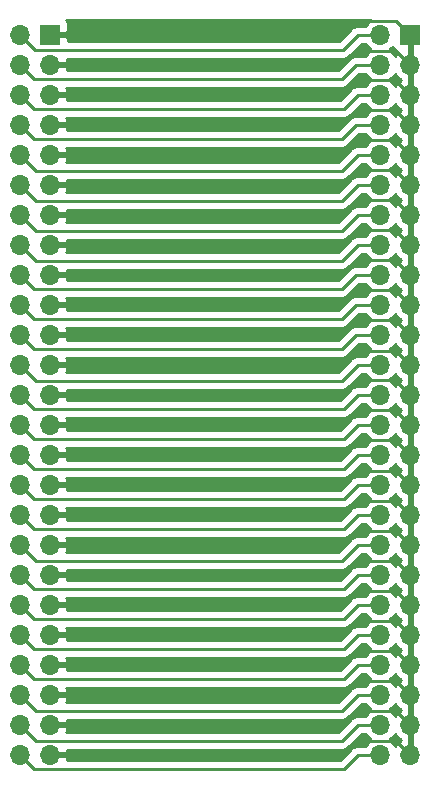
<source format=gbr>
G04 #@! TF.GenerationSoftware,KiCad,Pcbnew,(5.1.5)-3*
G04 #@! TF.CreationDate,2020-03-01T15:46:39+00:00*
G04 #@! TF.ProjectId,SCSIConnector,53435349-436f-46e6-9e65-63746f722e6b,rev?*
G04 #@! TF.SameCoordinates,Original*
G04 #@! TF.FileFunction,Copper,L1,Top*
G04 #@! TF.FilePolarity,Positive*
%FSLAX46Y46*%
G04 Gerber Fmt 4.6, Leading zero omitted, Abs format (unit mm)*
G04 Created by KiCad (PCBNEW (5.1.5)-3) date 2020-03-01 15:46:39*
%MOMM*%
%LPD*%
G04 APERTURE LIST*
%ADD10O,1.700000X1.700000*%
%ADD11R,1.700000X1.700000*%
%ADD12C,0.250000*%
%ADD13C,0.254000*%
G04 APERTURE END LIST*
D10*
X148590000Y-91440000D03*
X151130000Y-91440000D03*
X148590000Y-88900000D03*
X151130000Y-88900000D03*
X148590000Y-86360000D03*
X151130000Y-86360000D03*
X148590000Y-83820000D03*
X151130000Y-83820000D03*
X148590000Y-81280000D03*
X151130000Y-81280000D03*
X148590000Y-78740000D03*
X151130000Y-78740000D03*
X148590000Y-76200000D03*
X151130000Y-76200000D03*
X148590000Y-73660000D03*
X151130000Y-73660000D03*
X148590000Y-71120000D03*
X151130000Y-71120000D03*
X148590000Y-68580000D03*
X151130000Y-68580000D03*
X148590000Y-66040000D03*
X151130000Y-66040000D03*
X148590000Y-63500000D03*
X151130000Y-63500000D03*
X148590000Y-60960000D03*
X151130000Y-60960000D03*
X148590000Y-58420000D03*
X151130000Y-58420000D03*
X148590000Y-55880000D03*
X151130000Y-55880000D03*
X148590000Y-53340000D03*
X151130000Y-53340000D03*
X148590000Y-50800000D03*
X151130000Y-50800000D03*
X148590000Y-48260000D03*
X151130000Y-48260000D03*
X148590000Y-45720000D03*
X151130000Y-45720000D03*
X148590000Y-43180000D03*
X151130000Y-43180000D03*
X148590000Y-40640000D03*
X151130000Y-40640000D03*
X148590000Y-38100000D03*
X151130000Y-38100000D03*
X148590000Y-35560000D03*
X151130000Y-35560000D03*
X148590000Y-33020000D03*
X151130000Y-33020000D03*
X148590000Y-30480000D03*
D11*
X151130000Y-30480000D03*
D10*
X118110000Y-91440000D03*
X120650000Y-91440000D03*
X118110000Y-88900000D03*
X120650000Y-88900000D03*
X118110000Y-86360000D03*
X120650000Y-86360000D03*
X118110000Y-83820000D03*
X120650000Y-83820000D03*
X118110000Y-81280000D03*
X120650000Y-81280000D03*
X118110000Y-78740000D03*
X120650000Y-78740000D03*
X118110000Y-76200000D03*
X120650000Y-76200000D03*
X118110000Y-73660000D03*
X120650000Y-73660000D03*
X118110000Y-71120000D03*
X120650000Y-71120000D03*
X118110000Y-68580000D03*
X120650000Y-68580000D03*
X118110000Y-66040000D03*
X120650000Y-66040000D03*
X118110000Y-63500000D03*
X120650000Y-63500000D03*
X118110000Y-60960000D03*
X120650000Y-60960000D03*
X118110000Y-58420000D03*
X120650000Y-58420000D03*
X118110000Y-55880000D03*
X120650000Y-55880000D03*
X118110000Y-53340000D03*
X120650000Y-53340000D03*
X118110000Y-50800000D03*
X120650000Y-50800000D03*
X118110000Y-48260000D03*
X120650000Y-48260000D03*
X118110000Y-45720000D03*
X120650000Y-45720000D03*
X118110000Y-43180000D03*
X120650000Y-43180000D03*
X118110000Y-40640000D03*
X120650000Y-40640000D03*
X118110000Y-38100000D03*
X120650000Y-38100000D03*
X118110000Y-35560000D03*
X120650000Y-35560000D03*
X118110000Y-33020000D03*
X120650000Y-33020000D03*
X118110000Y-30480000D03*
D11*
X120650000Y-30480000D03*
D12*
X119285001Y-92615001D02*
X145509999Y-92615001D01*
X118110000Y-91440000D02*
X119285001Y-92615001D01*
X146685000Y-91440000D02*
X148590000Y-91440000D01*
X145509999Y-92615001D02*
X146685000Y-91440000D01*
X119474999Y-90264999D02*
X145320001Y-90264999D01*
X118110000Y-88900000D02*
X119474999Y-90264999D01*
X146685000Y-88900000D02*
X148590000Y-88900000D01*
X145320001Y-90264999D02*
X146685000Y-88900000D01*
X119474999Y-87724999D02*
X145320001Y-87724999D01*
X118110000Y-86360000D02*
X119474999Y-87724999D01*
X146685000Y-86360000D02*
X148590000Y-86360000D01*
X145320001Y-87724999D02*
X146685000Y-86360000D01*
X119285001Y-84995001D02*
X145509999Y-84995001D01*
X118110000Y-83820000D02*
X119285001Y-84995001D01*
X146685000Y-83820000D02*
X148590000Y-83820000D01*
X145509999Y-84995001D02*
X146685000Y-83820000D01*
X119285001Y-82455001D02*
X145509999Y-82455001D01*
X118110000Y-81280000D02*
X119285001Y-82455001D01*
X146685000Y-81280000D02*
X148590000Y-81280000D01*
X145509999Y-82455001D02*
X146685000Y-81280000D01*
X119285001Y-79915001D02*
X145509999Y-79915001D01*
X118110000Y-78740000D02*
X119285001Y-79915001D01*
X146685000Y-78740000D02*
X148590000Y-78740000D01*
X145509999Y-79915001D02*
X146685000Y-78740000D01*
X119285001Y-77375001D02*
X145509999Y-77375001D01*
X118110000Y-76200000D02*
X119285001Y-77375001D01*
X146685000Y-76200000D02*
X148590000Y-76200000D01*
X145509999Y-77375001D02*
X146685000Y-76200000D01*
X119474999Y-75024999D02*
X145320001Y-75024999D01*
X118110000Y-73660000D02*
X119474999Y-75024999D01*
X146685000Y-73660000D02*
X148590000Y-73660000D01*
X145320001Y-75024999D02*
X146685000Y-73660000D01*
X119285001Y-72295001D02*
X145509999Y-72295001D01*
X118110000Y-71120000D02*
X119285001Y-72295001D01*
X146685000Y-71120000D02*
X148590000Y-71120000D01*
X145509999Y-72295001D02*
X146685000Y-71120000D01*
X119285001Y-69755001D02*
X145509999Y-69755001D01*
X118110000Y-68580000D02*
X119285001Y-69755001D01*
X146685000Y-68580000D02*
X148590000Y-68580000D01*
X145509999Y-69755001D02*
X146685000Y-68580000D01*
X119285001Y-67215001D02*
X145509999Y-67215001D01*
X118110000Y-66040000D02*
X119285001Y-67215001D01*
X146685000Y-66040000D02*
X148590000Y-66040000D01*
X145509999Y-67215001D02*
X146685000Y-66040000D01*
X119285001Y-64675001D02*
X145509999Y-64675001D01*
X118110000Y-63500000D02*
X119285001Y-64675001D01*
X146685000Y-63500000D02*
X148590000Y-63500000D01*
X145509999Y-64675001D02*
X146685000Y-63500000D01*
X119285001Y-62135001D02*
X145509999Y-62135001D01*
X118110000Y-60960000D02*
X119285001Y-62135001D01*
X146685000Y-60960000D02*
X148590000Y-60960000D01*
X145509999Y-62135001D02*
X146685000Y-60960000D01*
X119474999Y-59784999D02*
X145320001Y-59784999D01*
X118110000Y-58420000D02*
X119474999Y-59784999D01*
X146685000Y-58420000D02*
X148590000Y-58420000D01*
X145320001Y-59784999D02*
X146685000Y-58420000D01*
X119285001Y-57055001D02*
X145320001Y-57055001D01*
X118110000Y-55880000D02*
X119285001Y-57055001D01*
X146495002Y-55880000D02*
X148590000Y-55880000D01*
X145320001Y-57055001D02*
X146495002Y-55880000D01*
X119285001Y-54515001D02*
X145320001Y-54515001D01*
X118110000Y-53340000D02*
X119285001Y-54515001D01*
X146495002Y-53340000D02*
X148590000Y-53340000D01*
X145320001Y-54515001D02*
X146495002Y-53340000D01*
X119285001Y-51975001D02*
X145320001Y-51975001D01*
X118110000Y-50800000D02*
X119285001Y-51975001D01*
X145320001Y-51975001D02*
X146495002Y-50800000D01*
X146495002Y-50800000D02*
X148590000Y-50800000D01*
X119474999Y-49624999D02*
X145320001Y-49624999D01*
X118110000Y-48260000D02*
X119474999Y-49624999D01*
X145320001Y-49624999D02*
X146685000Y-48260000D01*
X146685000Y-48260000D02*
X148590000Y-48260000D01*
X119474999Y-47084999D02*
X145320001Y-47084999D01*
X118110000Y-45720000D02*
X119474999Y-47084999D01*
X146685000Y-45720000D02*
X148590000Y-45720000D01*
X145320001Y-47084999D02*
X146685000Y-45720000D01*
X146685000Y-43180000D02*
X148590000Y-43180000D01*
X145320001Y-44544999D02*
X146685000Y-43180000D01*
X118110000Y-43180000D02*
X119474999Y-44544999D01*
X119474999Y-44544999D02*
X145320001Y-44544999D01*
X146685000Y-40640000D02*
X148590000Y-40640000D01*
X145320001Y-42004999D02*
X146685000Y-40640000D01*
X118110000Y-40640000D02*
X119474999Y-42004999D01*
X119474999Y-42004999D02*
X145320001Y-42004999D01*
X119285001Y-39275001D02*
X145320001Y-39275001D01*
X118110000Y-38100000D02*
X119285001Y-39275001D01*
X146495002Y-38100000D02*
X148590000Y-38100000D01*
X145320001Y-39275001D02*
X146495002Y-38100000D01*
X119285001Y-36735001D02*
X145509999Y-36735001D01*
X118110000Y-35560000D02*
X119285001Y-36735001D01*
X146685000Y-35560000D02*
X148590000Y-35560000D01*
X145509999Y-36735001D02*
X146685000Y-35560000D01*
X119285001Y-34195001D02*
X145320001Y-34195001D01*
X118110000Y-33020000D02*
X119285001Y-34195001D01*
X146495002Y-33020000D02*
X148590000Y-33020000D01*
X145320001Y-34195001D02*
X146495002Y-33020000D01*
X146685000Y-30480000D02*
X148590000Y-30480000D01*
X145415000Y-31750000D02*
X146685000Y-30480000D01*
X119380000Y-31750000D02*
X145415000Y-31750000D01*
X118110000Y-30480000D02*
X119380000Y-31750000D01*
X120650000Y-91440000D02*
X145415000Y-91440000D01*
X150280001Y-90590001D02*
X151130000Y-91440000D01*
X149954999Y-90264999D02*
X150280001Y-90590001D01*
X146590001Y-90264999D02*
X149954999Y-90264999D01*
X145415000Y-91440000D02*
X146590001Y-90264999D01*
X120650000Y-88900000D02*
X145415000Y-88900000D01*
X150280001Y-88050001D02*
X151130000Y-88900000D01*
X149954999Y-87724999D02*
X150280001Y-88050001D01*
X146590001Y-87724999D02*
X149954999Y-87724999D01*
X145415000Y-88900000D02*
X146590001Y-87724999D01*
X120650000Y-86360000D02*
X145415000Y-86360000D01*
X149954999Y-85184999D02*
X150280001Y-85510001D01*
X146590001Y-85184999D02*
X149954999Y-85184999D01*
X150280001Y-85510001D02*
X151130000Y-86360000D01*
X145415000Y-86360000D02*
X146590001Y-85184999D01*
X120650000Y-83820000D02*
X145415000Y-83820000D01*
X150280001Y-82970001D02*
X151130000Y-83820000D01*
X149954999Y-82644999D02*
X150280001Y-82970001D01*
X146590001Y-82644999D02*
X149954999Y-82644999D01*
X145415000Y-83820000D02*
X146590001Y-82644999D01*
X120650000Y-81280000D02*
X145415000Y-81280000D01*
X150280001Y-80430001D02*
X151130000Y-81280000D01*
X149954999Y-80104999D02*
X150280001Y-80430001D01*
X146590001Y-80104999D02*
X149954999Y-80104999D01*
X145415000Y-81280000D02*
X146590001Y-80104999D01*
X120650000Y-78740000D02*
X145415000Y-78740000D01*
X149954999Y-77564999D02*
X150280001Y-77890001D01*
X146590001Y-77564999D02*
X149954999Y-77564999D01*
X150280001Y-77890001D02*
X151130000Y-78740000D01*
X145415000Y-78740000D02*
X146590001Y-77564999D01*
X120650000Y-76200000D02*
X145415000Y-76200000D01*
X149954999Y-75024999D02*
X150280001Y-75350001D01*
X150280001Y-75350001D02*
X151130000Y-76200000D01*
X146590001Y-75024999D02*
X149954999Y-75024999D01*
X145415000Y-76200000D02*
X146590001Y-75024999D01*
X120650000Y-73660000D02*
X145415000Y-73660000D01*
X150280001Y-72810001D02*
X151130000Y-73660000D01*
X149954999Y-72484999D02*
X150280001Y-72810001D01*
X146590001Y-72484999D02*
X149954999Y-72484999D01*
X145415000Y-73660000D02*
X146590001Y-72484999D01*
X120650000Y-71120000D02*
X145415000Y-71120000D01*
X150280001Y-70270001D02*
X151130000Y-71120000D01*
X149954999Y-69944999D02*
X150280001Y-70270001D01*
X146590001Y-69944999D02*
X149954999Y-69944999D01*
X145415000Y-71120000D02*
X146590001Y-69944999D01*
X120650000Y-68580000D02*
X145415000Y-68580000D01*
X150280001Y-67730001D02*
X151130000Y-68580000D01*
X149954999Y-67404999D02*
X150280001Y-67730001D01*
X146590001Y-67404999D02*
X149954999Y-67404999D01*
X145415000Y-68580000D02*
X146590001Y-67404999D01*
X120650000Y-66040000D02*
X145415000Y-66040000D01*
X145415000Y-66040000D02*
X146685000Y-64770000D01*
X149860000Y-64770000D02*
X151130000Y-66040000D01*
X146685000Y-64770000D02*
X149860000Y-64770000D01*
X120650000Y-63500000D02*
X145415000Y-63500000D01*
X145415000Y-63500000D02*
X146685000Y-62230000D01*
X149860000Y-62230000D02*
X151130000Y-63500000D01*
X146685000Y-62230000D02*
X149860000Y-62230000D01*
X120650000Y-60960000D02*
X145415000Y-60960000D01*
X145415000Y-60960000D02*
X146685000Y-59690000D01*
X149860000Y-59690000D02*
X151130000Y-60960000D01*
X146685000Y-59690000D02*
X149860000Y-59690000D01*
X120650000Y-58420000D02*
X145415000Y-58420000D01*
X150280001Y-57570001D02*
X151130000Y-58420000D01*
X146590001Y-57244999D02*
X149954999Y-57244999D01*
X149954999Y-57244999D02*
X150280001Y-57570001D01*
X145415000Y-58420000D02*
X146590001Y-57244999D01*
X120650000Y-55880000D02*
X145415000Y-55880000D01*
X145415000Y-55880000D02*
X146685000Y-54610000D01*
X149860000Y-54610000D02*
X151130000Y-55880000D01*
X146685000Y-54610000D02*
X149860000Y-54610000D01*
X120650000Y-53340000D02*
X145415000Y-53340000D01*
X145415000Y-53340000D02*
X146685000Y-52070000D01*
X149860000Y-52070000D02*
X151130000Y-53340000D01*
X146685000Y-52070000D02*
X149860000Y-52070000D01*
X120650000Y-50800000D02*
X145415000Y-50800000D01*
X145415000Y-50800000D02*
X146685000Y-49530000D01*
X149860000Y-49530000D02*
X151130000Y-50800000D01*
X146685000Y-49530000D02*
X149860000Y-49530000D01*
X120650000Y-48260000D02*
X145415000Y-48260000D01*
X145415000Y-48260000D02*
X146685000Y-46990000D01*
X149860000Y-46990000D02*
X151130000Y-48260000D01*
X146685000Y-46990000D02*
X149860000Y-46990000D01*
X120650000Y-45720000D02*
X145415000Y-45720000D01*
X145415000Y-45720000D02*
X146685000Y-44450000D01*
X149860000Y-44450000D02*
X151130000Y-45720000D01*
X146685000Y-44450000D02*
X149860000Y-44450000D01*
X120650000Y-43180000D02*
X145415000Y-43180000D01*
X145415000Y-43180000D02*
X146685000Y-41910000D01*
X149860000Y-41910000D02*
X151130000Y-43180000D01*
X146685000Y-41910000D02*
X149860000Y-41910000D01*
X120650000Y-40640000D02*
X145415000Y-40640000D01*
X145415000Y-40640000D02*
X146685000Y-39370000D01*
X149860000Y-39370000D02*
X151130000Y-40640000D01*
X146685000Y-39370000D02*
X149860000Y-39370000D01*
X145415000Y-38100000D02*
X146685000Y-36830000D01*
X120650000Y-38100000D02*
X145415000Y-38100000D01*
X149860000Y-36830000D02*
X151130000Y-38100000D01*
X146685000Y-36830000D02*
X149860000Y-36830000D01*
X120650000Y-35560000D02*
X145415000Y-35560000D01*
X145415000Y-35560000D02*
X146685000Y-34290000D01*
X149860000Y-34290000D02*
X151130000Y-35560000D01*
X146685000Y-34290000D02*
X149860000Y-34290000D01*
X150280001Y-32170001D02*
X151130000Y-33020000D01*
X149954999Y-31844999D02*
X150280001Y-32170001D01*
X146590001Y-31844999D02*
X149954999Y-31844999D01*
X145415000Y-33020000D02*
X146590001Y-31844999D01*
X120650000Y-33020000D02*
X145415000Y-33020000D01*
X145415000Y-30480000D02*
X120650000Y-30480000D01*
X146590001Y-29304999D02*
X145415000Y-30480000D01*
X151130000Y-30480000D02*
X149954999Y-29304999D01*
X149954999Y-29304999D02*
X146590001Y-29304999D01*
D13*
G36*
X147436525Y-89846632D02*
G01*
X147643368Y-90053475D01*
X147817760Y-90170000D01*
X147643368Y-90286525D01*
X147436525Y-90493368D01*
X147311822Y-90680000D01*
X146722322Y-90680000D01*
X146684999Y-90676324D01*
X146647676Y-90680000D01*
X146647667Y-90680000D01*
X146536014Y-90690997D01*
X146392753Y-90734454D01*
X146260724Y-90805026D01*
X146144999Y-90899999D01*
X146121201Y-90928997D01*
X145195198Y-91855001D01*
X122073850Y-91855001D01*
X122091476Y-91796890D01*
X121970155Y-91567000D01*
X120777000Y-91567000D01*
X120777000Y-91587000D01*
X120523000Y-91587000D01*
X120523000Y-91567000D01*
X120503000Y-91567000D01*
X120503000Y-91313000D01*
X120523000Y-91313000D01*
X120523000Y-91293000D01*
X120777000Y-91293000D01*
X120777000Y-91313000D01*
X121970155Y-91313000D01*
X122091476Y-91083110D01*
X122073850Y-91024999D01*
X145282679Y-91024999D01*
X145320001Y-91028675D01*
X145357323Y-91024999D01*
X145357334Y-91024999D01*
X145468987Y-91014002D01*
X145612248Y-90970545D01*
X145744277Y-90899973D01*
X145860002Y-90805000D01*
X145883805Y-90775996D01*
X146999802Y-89660000D01*
X147311822Y-89660000D01*
X147436525Y-89846632D01*
G37*
X147436525Y-89846632D02*
X147643368Y-90053475D01*
X147817760Y-90170000D01*
X147643368Y-90286525D01*
X147436525Y-90493368D01*
X147311822Y-90680000D01*
X146722322Y-90680000D01*
X146684999Y-90676324D01*
X146647676Y-90680000D01*
X146647667Y-90680000D01*
X146536014Y-90690997D01*
X146392753Y-90734454D01*
X146260724Y-90805026D01*
X146144999Y-90899999D01*
X146121201Y-90928997D01*
X145195198Y-91855001D01*
X122073850Y-91855001D01*
X122091476Y-91796890D01*
X121970155Y-91567000D01*
X120777000Y-91567000D01*
X120777000Y-91587000D01*
X120523000Y-91587000D01*
X120523000Y-91567000D01*
X120503000Y-91567000D01*
X120503000Y-91313000D01*
X120523000Y-91313000D01*
X120523000Y-91293000D01*
X120777000Y-91293000D01*
X120777000Y-91313000D01*
X121970155Y-91313000D01*
X122091476Y-91083110D01*
X122073850Y-91024999D01*
X145282679Y-91024999D01*
X145320001Y-91028675D01*
X145357323Y-91024999D01*
X145357334Y-91024999D01*
X145468987Y-91014002D01*
X145612248Y-90970545D01*
X145744277Y-90899973D01*
X145860002Y-90805000D01*
X145883805Y-90775996D01*
X146999802Y-89660000D01*
X147311822Y-89660000D01*
X147436525Y-89846632D01*
G36*
X151257000Y-30353000D02*
G01*
X151277000Y-30353000D01*
X151277000Y-30607000D01*
X151257000Y-30607000D01*
X151257000Y-32893000D01*
X151277000Y-32893000D01*
X151277000Y-33147000D01*
X151257000Y-33147000D01*
X151257000Y-35433000D01*
X151277000Y-35433000D01*
X151277000Y-35687000D01*
X151257000Y-35687000D01*
X151257000Y-37973000D01*
X151277000Y-37973000D01*
X151277000Y-38227000D01*
X151257000Y-38227000D01*
X151257000Y-40513000D01*
X151277000Y-40513000D01*
X151277000Y-40767000D01*
X151257000Y-40767000D01*
X151257000Y-43053000D01*
X151277000Y-43053000D01*
X151277000Y-43307000D01*
X151257000Y-43307000D01*
X151257000Y-45593000D01*
X151277000Y-45593000D01*
X151277000Y-45847000D01*
X151257000Y-45847000D01*
X151257000Y-48133000D01*
X151277000Y-48133000D01*
X151277000Y-48387000D01*
X151257000Y-48387000D01*
X151257000Y-50673000D01*
X151277000Y-50673000D01*
X151277000Y-50927000D01*
X151257000Y-50927000D01*
X151257000Y-53213000D01*
X151277000Y-53213000D01*
X151277000Y-53467000D01*
X151257000Y-53467000D01*
X151257000Y-55753000D01*
X151277000Y-55753000D01*
X151277000Y-56007000D01*
X151257000Y-56007000D01*
X151257000Y-58293000D01*
X151277000Y-58293000D01*
X151277000Y-58547000D01*
X151257000Y-58547000D01*
X151257000Y-60833000D01*
X151277000Y-60833000D01*
X151277000Y-61087000D01*
X151257000Y-61087000D01*
X151257000Y-63373000D01*
X151277000Y-63373000D01*
X151277000Y-63627000D01*
X151257000Y-63627000D01*
X151257000Y-65913000D01*
X151277000Y-65913000D01*
X151277000Y-66167000D01*
X151257000Y-66167000D01*
X151257000Y-68453000D01*
X151277000Y-68453000D01*
X151277000Y-68707000D01*
X151257000Y-68707000D01*
X151257000Y-70993000D01*
X151277000Y-70993000D01*
X151277000Y-71247000D01*
X151257000Y-71247000D01*
X151257000Y-73533000D01*
X151277000Y-73533000D01*
X151277000Y-73787000D01*
X151257000Y-73787000D01*
X151257000Y-76073000D01*
X151277000Y-76073000D01*
X151277000Y-76327000D01*
X151257000Y-76327000D01*
X151257000Y-78613000D01*
X151277000Y-78613000D01*
X151277000Y-78867000D01*
X151257000Y-78867000D01*
X151257000Y-81153000D01*
X151277000Y-81153000D01*
X151277000Y-81407000D01*
X151257000Y-81407000D01*
X151257000Y-83693000D01*
X151277000Y-83693000D01*
X151277000Y-83947000D01*
X151257000Y-83947000D01*
X151257000Y-86233000D01*
X151277000Y-86233000D01*
X151277000Y-86487000D01*
X151257000Y-86487000D01*
X151257000Y-88773000D01*
X151277000Y-88773000D01*
X151277000Y-89027000D01*
X151257000Y-89027000D01*
X151257000Y-91313000D01*
X151277000Y-91313000D01*
X151277000Y-91567000D01*
X151257000Y-91567000D01*
X151257000Y-91587000D01*
X151003000Y-91587000D01*
X151003000Y-91567000D01*
X150983000Y-91567000D01*
X150983000Y-91313000D01*
X151003000Y-91313000D01*
X151003000Y-89027000D01*
X150983000Y-89027000D01*
X150983000Y-88773000D01*
X151003000Y-88773000D01*
X151003000Y-86487000D01*
X150983000Y-86487000D01*
X150983000Y-86233000D01*
X151003000Y-86233000D01*
X151003000Y-83947000D01*
X150983000Y-83947000D01*
X150983000Y-83693000D01*
X151003000Y-83693000D01*
X151003000Y-81407000D01*
X150983000Y-81407000D01*
X150983000Y-81153000D01*
X151003000Y-81153000D01*
X151003000Y-78867000D01*
X150983000Y-78867000D01*
X150983000Y-78613000D01*
X151003000Y-78613000D01*
X151003000Y-76327000D01*
X150983000Y-76327000D01*
X150983000Y-76073000D01*
X151003000Y-76073000D01*
X151003000Y-73787000D01*
X150983000Y-73787000D01*
X150983000Y-73533000D01*
X151003000Y-73533000D01*
X151003000Y-71247000D01*
X150983000Y-71247000D01*
X150983000Y-70993000D01*
X151003000Y-70993000D01*
X151003000Y-68707000D01*
X150983000Y-68707000D01*
X150983000Y-68453000D01*
X151003000Y-68453000D01*
X151003000Y-66167000D01*
X150983000Y-66167000D01*
X150983000Y-65913000D01*
X151003000Y-65913000D01*
X151003000Y-63627000D01*
X150983000Y-63627000D01*
X150983000Y-63373000D01*
X151003000Y-63373000D01*
X151003000Y-61087000D01*
X150983000Y-61087000D01*
X150983000Y-60833000D01*
X151003000Y-60833000D01*
X151003000Y-58547000D01*
X150983000Y-58547000D01*
X150983000Y-58293000D01*
X151003000Y-58293000D01*
X151003000Y-56007000D01*
X150983000Y-56007000D01*
X150983000Y-55753000D01*
X151003000Y-55753000D01*
X151003000Y-53467000D01*
X150983000Y-53467000D01*
X150983000Y-53213000D01*
X151003000Y-53213000D01*
X151003000Y-50927000D01*
X150983000Y-50927000D01*
X150983000Y-50673000D01*
X151003000Y-50673000D01*
X151003000Y-48387000D01*
X150983000Y-48387000D01*
X150983000Y-48133000D01*
X151003000Y-48133000D01*
X151003000Y-45847000D01*
X150983000Y-45847000D01*
X150983000Y-45593000D01*
X151003000Y-45593000D01*
X151003000Y-43307000D01*
X150983000Y-43307000D01*
X150983000Y-43053000D01*
X151003000Y-43053000D01*
X151003000Y-40767000D01*
X150983000Y-40767000D01*
X150983000Y-40513000D01*
X151003000Y-40513000D01*
X151003000Y-38227000D01*
X150983000Y-38227000D01*
X150983000Y-37973000D01*
X151003000Y-37973000D01*
X151003000Y-35687000D01*
X150983000Y-35687000D01*
X150983000Y-35433000D01*
X151003000Y-35433000D01*
X151003000Y-33147000D01*
X150983000Y-33147000D01*
X150983000Y-32893000D01*
X151003000Y-32893000D01*
X151003000Y-30607000D01*
X150983000Y-30607000D01*
X150983000Y-30353000D01*
X151003000Y-30353000D01*
X151003000Y-30333000D01*
X151257000Y-30333000D01*
X151257000Y-30353000D01*
G37*
X151257000Y-30353000D02*
X151277000Y-30353000D01*
X151277000Y-30607000D01*
X151257000Y-30607000D01*
X151257000Y-32893000D01*
X151277000Y-32893000D01*
X151277000Y-33147000D01*
X151257000Y-33147000D01*
X151257000Y-35433000D01*
X151277000Y-35433000D01*
X151277000Y-35687000D01*
X151257000Y-35687000D01*
X151257000Y-37973000D01*
X151277000Y-37973000D01*
X151277000Y-38227000D01*
X151257000Y-38227000D01*
X151257000Y-40513000D01*
X151277000Y-40513000D01*
X151277000Y-40767000D01*
X151257000Y-40767000D01*
X151257000Y-43053000D01*
X151277000Y-43053000D01*
X151277000Y-43307000D01*
X151257000Y-43307000D01*
X151257000Y-45593000D01*
X151277000Y-45593000D01*
X151277000Y-45847000D01*
X151257000Y-45847000D01*
X151257000Y-48133000D01*
X151277000Y-48133000D01*
X151277000Y-48387000D01*
X151257000Y-48387000D01*
X151257000Y-50673000D01*
X151277000Y-50673000D01*
X151277000Y-50927000D01*
X151257000Y-50927000D01*
X151257000Y-53213000D01*
X151277000Y-53213000D01*
X151277000Y-53467000D01*
X151257000Y-53467000D01*
X151257000Y-55753000D01*
X151277000Y-55753000D01*
X151277000Y-56007000D01*
X151257000Y-56007000D01*
X151257000Y-58293000D01*
X151277000Y-58293000D01*
X151277000Y-58547000D01*
X151257000Y-58547000D01*
X151257000Y-60833000D01*
X151277000Y-60833000D01*
X151277000Y-61087000D01*
X151257000Y-61087000D01*
X151257000Y-63373000D01*
X151277000Y-63373000D01*
X151277000Y-63627000D01*
X151257000Y-63627000D01*
X151257000Y-65913000D01*
X151277000Y-65913000D01*
X151277000Y-66167000D01*
X151257000Y-66167000D01*
X151257000Y-68453000D01*
X151277000Y-68453000D01*
X151277000Y-68707000D01*
X151257000Y-68707000D01*
X151257000Y-70993000D01*
X151277000Y-70993000D01*
X151277000Y-71247000D01*
X151257000Y-71247000D01*
X151257000Y-73533000D01*
X151277000Y-73533000D01*
X151277000Y-73787000D01*
X151257000Y-73787000D01*
X151257000Y-76073000D01*
X151277000Y-76073000D01*
X151277000Y-76327000D01*
X151257000Y-76327000D01*
X151257000Y-78613000D01*
X151277000Y-78613000D01*
X151277000Y-78867000D01*
X151257000Y-78867000D01*
X151257000Y-81153000D01*
X151277000Y-81153000D01*
X151277000Y-81407000D01*
X151257000Y-81407000D01*
X151257000Y-83693000D01*
X151277000Y-83693000D01*
X151277000Y-83947000D01*
X151257000Y-83947000D01*
X151257000Y-86233000D01*
X151277000Y-86233000D01*
X151277000Y-86487000D01*
X151257000Y-86487000D01*
X151257000Y-88773000D01*
X151277000Y-88773000D01*
X151277000Y-89027000D01*
X151257000Y-89027000D01*
X151257000Y-91313000D01*
X151277000Y-91313000D01*
X151277000Y-91567000D01*
X151257000Y-91567000D01*
X151257000Y-91587000D01*
X151003000Y-91587000D01*
X151003000Y-91567000D01*
X150983000Y-91567000D01*
X150983000Y-91313000D01*
X151003000Y-91313000D01*
X151003000Y-89027000D01*
X150983000Y-89027000D01*
X150983000Y-88773000D01*
X151003000Y-88773000D01*
X151003000Y-86487000D01*
X150983000Y-86487000D01*
X150983000Y-86233000D01*
X151003000Y-86233000D01*
X151003000Y-83947000D01*
X150983000Y-83947000D01*
X150983000Y-83693000D01*
X151003000Y-83693000D01*
X151003000Y-81407000D01*
X150983000Y-81407000D01*
X150983000Y-81153000D01*
X151003000Y-81153000D01*
X151003000Y-78867000D01*
X150983000Y-78867000D01*
X150983000Y-78613000D01*
X151003000Y-78613000D01*
X151003000Y-76327000D01*
X150983000Y-76327000D01*
X150983000Y-76073000D01*
X151003000Y-76073000D01*
X151003000Y-73787000D01*
X150983000Y-73787000D01*
X150983000Y-73533000D01*
X151003000Y-73533000D01*
X151003000Y-71247000D01*
X150983000Y-71247000D01*
X150983000Y-70993000D01*
X151003000Y-70993000D01*
X151003000Y-68707000D01*
X150983000Y-68707000D01*
X150983000Y-68453000D01*
X151003000Y-68453000D01*
X151003000Y-66167000D01*
X150983000Y-66167000D01*
X150983000Y-65913000D01*
X151003000Y-65913000D01*
X151003000Y-63627000D01*
X150983000Y-63627000D01*
X150983000Y-63373000D01*
X151003000Y-63373000D01*
X151003000Y-61087000D01*
X150983000Y-61087000D01*
X150983000Y-60833000D01*
X151003000Y-60833000D01*
X151003000Y-58547000D01*
X150983000Y-58547000D01*
X150983000Y-58293000D01*
X151003000Y-58293000D01*
X151003000Y-56007000D01*
X150983000Y-56007000D01*
X150983000Y-55753000D01*
X151003000Y-55753000D01*
X151003000Y-53467000D01*
X150983000Y-53467000D01*
X150983000Y-53213000D01*
X151003000Y-53213000D01*
X151003000Y-50927000D01*
X150983000Y-50927000D01*
X150983000Y-50673000D01*
X151003000Y-50673000D01*
X151003000Y-48387000D01*
X150983000Y-48387000D01*
X150983000Y-48133000D01*
X151003000Y-48133000D01*
X151003000Y-45847000D01*
X150983000Y-45847000D01*
X150983000Y-45593000D01*
X151003000Y-45593000D01*
X151003000Y-43307000D01*
X150983000Y-43307000D01*
X150983000Y-43053000D01*
X151003000Y-43053000D01*
X151003000Y-40767000D01*
X150983000Y-40767000D01*
X150983000Y-40513000D01*
X151003000Y-40513000D01*
X151003000Y-38227000D01*
X150983000Y-38227000D01*
X150983000Y-37973000D01*
X151003000Y-37973000D01*
X151003000Y-35687000D01*
X150983000Y-35687000D01*
X150983000Y-35433000D01*
X151003000Y-35433000D01*
X151003000Y-33147000D01*
X150983000Y-33147000D01*
X150983000Y-32893000D01*
X151003000Y-32893000D01*
X151003000Y-30607000D01*
X150983000Y-30607000D01*
X150983000Y-30353000D01*
X151003000Y-30353000D01*
X151003000Y-30333000D01*
X151257000Y-30333000D01*
X151257000Y-30353000D01*
G36*
X150032412Y-89900269D02*
G01*
X150248645Y-90095178D01*
X150374255Y-90170000D01*
X150248645Y-90244822D01*
X150032412Y-90439731D01*
X149861100Y-90669406D01*
X149743475Y-90493368D01*
X149536632Y-90286525D01*
X149362240Y-90170000D01*
X149536632Y-90053475D01*
X149743475Y-89846632D01*
X149861100Y-89670594D01*
X150032412Y-89900269D01*
G37*
X150032412Y-89900269D02*
X150248645Y-90095178D01*
X150374255Y-90170000D01*
X150248645Y-90244822D01*
X150032412Y-90439731D01*
X149861100Y-90669406D01*
X149743475Y-90493368D01*
X149536632Y-90286525D01*
X149362240Y-90170000D01*
X149536632Y-90053475D01*
X149743475Y-89846632D01*
X149861100Y-89670594D01*
X150032412Y-89900269D01*
G36*
X147436525Y-87306632D02*
G01*
X147643368Y-87513475D01*
X147817760Y-87630000D01*
X147643368Y-87746525D01*
X147436525Y-87953368D01*
X147311822Y-88140000D01*
X146722322Y-88140000D01*
X146684999Y-88136324D01*
X146647676Y-88140000D01*
X146647667Y-88140000D01*
X146536014Y-88150997D01*
X146392753Y-88194454D01*
X146260723Y-88265026D01*
X146177083Y-88333668D01*
X146144999Y-88359999D01*
X146121201Y-88388997D01*
X145005200Y-89504999D01*
X121998765Y-89504999D01*
X122046825Y-89404099D01*
X122091476Y-89256890D01*
X121970155Y-89027000D01*
X120777000Y-89027000D01*
X120777000Y-89047000D01*
X120523000Y-89047000D01*
X120523000Y-89027000D01*
X120503000Y-89027000D01*
X120503000Y-88773000D01*
X120523000Y-88773000D01*
X120523000Y-88753000D01*
X120777000Y-88753000D01*
X120777000Y-88773000D01*
X121970155Y-88773000D01*
X122091476Y-88543110D01*
X122073850Y-88484999D01*
X145282679Y-88484999D01*
X145320001Y-88488675D01*
X145357323Y-88484999D01*
X145357334Y-88484999D01*
X145468987Y-88474002D01*
X145612248Y-88430545D01*
X145744277Y-88359973D01*
X145860002Y-88265000D01*
X145883805Y-88235996D01*
X146999802Y-87120000D01*
X147311822Y-87120000D01*
X147436525Y-87306632D01*
G37*
X147436525Y-87306632D02*
X147643368Y-87513475D01*
X147817760Y-87630000D01*
X147643368Y-87746525D01*
X147436525Y-87953368D01*
X147311822Y-88140000D01*
X146722322Y-88140000D01*
X146684999Y-88136324D01*
X146647676Y-88140000D01*
X146647667Y-88140000D01*
X146536014Y-88150997D01*
X146392753Y-88194454D01*
X146260723Y-88265026D01*
X146177083Y-88333668D01*
X146144999Y-88359999D01*
X146121201Y-88388997D01*
X145005200Y-89504999D01*
X121998765Y-89504999D01*
X122046825Y-89404099D01*
X122091476Y-89256890D01*
X121970155Y-89027000D01*
X120777000Y-89027000D01*
X120777000Y-89047000D01*
X120523000Y-89047000D01*
X120523000Y-89027000D01*
X120503000Y-89027000D01*
X120503000Y-88773000D01*
X120523000Y-88773000D01*
X120523000Y-88753000D01*
X120777000Y-88753000D01*
X120777000Y-88773000D01*
X121970155Y-88773000D01*
X122091476Y-88543110D01*
X122073850Y-88484999D01*
X145282679Y-88484999D01*
X145320001Y-88488675D01*
X145357323Y-88484999D01*
X145357334Y-88484999D01*
X145468987Y-88474002D01*
X145612248Y-88430545D01*
X145744277Y-88359973D01*
X145860002Y-88265000D01*
X145883805Y-88235996D01*
X146999802Y-87120000D01*
X147311822Y-87120000D01*
X147436525Y-87306632D01*
G36*
X150032412Y-87360269D02*
G01*
X150248645Y-87555178D01*
X150374255Y-87630000D01*
X150248645Y-87704822D01*
X150032412Y-87899731D01*
X149861100Y-88129406D01*
X149743475Y-87953368D01*
X149536632Y-87746525D01*
X149362240Y-87630000D01*
X149536632Y-87513475D01*
X149743475Y-87306632D01*
X149861100Y-87130594D01*
X150032412Y-87360269D01*
G37*
X150032412Y-87360269D02*
X150248645Y-87555178D01*
X150374255Y-87630000D01*
X150248645Y-87704822D01*
X150032412Y-87899731D01*
X149861100Y-88129406D01*
X149743475Y-87953368D01*
X149536632Y-87746525D01*
X149362240Y-87630000D01*
X149536632Y-87513475D01*
X149743475Y-87306632D01*
X149861100Y-87130594D01*
X150032412Y-87360269D01*
G36*
X147436525Y-84766632D02*
G01*
X147643368Y-84973475D01*
X147817760Y-85090000D01*
X147643368Y-85206525D01*
X147436525Y-85413368D01*
X147311822Y-85600000D01*
X146722322Y-85600000D01*
X146684999Y-85596324D01*
X146647676Y-85600000D01*
X146647667Y-85600000D01*
X146536014Y-85610997D01*
X146392753Y-85654454D01*
X146260723Y-85725026D01*
X146237600Y-85744003D01*
X146144999Y-85819999D01*
X146121201Y-85848997D01*
X145005200Y-86964999D01*
X121998765Y-86964999D01*
X122046825Y-86864099D01*
X122091476Y-86716890D01*
X121970155Y-86487000D01*
X120777000Y-86487000D01*
X120777000Y-86507000D01*
X120523000Y-86507000D01*
X120523000Y-86487000D01*
X120503000Y-86487000D01*
X120503000Y-86233000D01*
X120523000Y-86233000D01*
X120523000Y-86213000D01*
X120777000Y-86213000D01*
X120777000Y-86233000D01*
X121970155Y-86233000D01*
X122091476Y-86003110D01*
X122046825Y-85855901D01*
X121998765Y-85755001D01*
X145472677Y-85755001D01*
X145509999Y-85758677D01*
X145547321Y-85755001D01*
X145547332Y-85755001D01*
X145658985Y-85744004D01*
X145802246Y-85700547D01*
X145934275Y-85629975D01*
X146050000Y-85535002D01*
X146073803Y-85505998D01*
X146999802Y-84580000D01*
X147311822Y-84580000D01*
X147436525Y-84766632D01*
G37*
X147436525Y-84766632D02*
X147643368Y-84973475D01*
X147817760Y-85090000D01*
X147643368Y-85206525D01*
X147436525Y-85413368D01*
X147311822Y-85600000D01*
X146722322Y-85600000D01*
X146684999Y-85596324D01*
X146647676Y-85600000D01*
X146647667Y-85600000D01*
X146536014Y-85610997D01*
X146392753Y-85654454D01*
X146260723Y-85725026D01*
X146237600Y-85744003D01*
X146144999Y-85819999D01*
X146121201Y-85848997D01*
X145005200Y-86964999D01*
X121998765Y-86964999D01*
X122046825Y-86864099D01*
X122091476Y-86716890D01*
X121970155Y-86487000D01*
X120777000Y-86487000D01*
X120777000Y-86507000D01*
X120523000Y-86507000D01*
X120523000Y-86487000D01*
X120503000Y-86487000D01*
X120503000Y-86233000D01*
X120523000Y-86233000D01*
X120523000Y-86213000D01*
X120777000Y-86213000D01*
X120777000Y-86233000D01*
X121970155Y-86233000D01*
X122091476Y-86003110D01*
X122046825Y-85855901D01*
X121998765Y-85755001D01*
X145472677Y-85755001D01*
X145509999Y-85758677D01*
X145547321Y-85755001D01*
X145547332Y-85755001D01*
X145658985Y-85744004D01*
X145802246Y-85700547D01*
X145934275Y-85629975D01*
X146050000Y-85535002D01*
X146073803Y-85505998D01*
X146999802Y-84580000D01*
X147311822Y-84580000D01*
X147436525Y-84766632D01*
G36*
X150032412Y-84820269D02*
G01*
X150248645Y-85015178D01*
X150374255Y-85090000D01*
X150248645Y-85164822D01*
X150032412Y-85359731D01*
X149861100Y-85589406D01*
X149743475Y-85413368D01*
X149536632Y-85206525D01*
X149362240Y-85090000D01*
X149536632Y-84973475D01*
X149743475Y-84766632D01*
X149861100Y-84590594D01*
X150032412Y-84820269D01*
G37*
X150032412Y-84820269D02*
X150248645Y-85015178D01*
X150374255Y-85090000D01*
X150248645Y-85164822D01*
X150032412Y-85359731D01*
X149861100Y-85589406D01*
X149743475Y-85413368D01*
X149536632Y-85206525D01*
X149362240Y-85090000D01*
X149536632Y-84973475D01*
X149743475Y-84766632D01*
X149861100Y-84590594D01*
X150032412Y-84820269D01*
G36*
X147436525Y-82226632D02*
G01*
X147643368Y-82433475D01*
X147817760Y-82550000D01*
X147643368Y-82666525D01*
X147436525Y-82873368D01*
X147311822Y-83060000D01*
X146722322Y-83060000D01*
X146684999Y-83056324D01*
X146647676Y-83060000D01*
X146647667Y-83060000D01*
X146536014Y-83070997D01*
X146392753Y-83114454D01*
X146260724Y-83185026D01*
X146144999Y-83279999D01*
X146121201Y-83308997D01*
X145195198Y-84235001D01*
X122073850Y-84235001D01*
X122091476Y-84176890D01*
X121970155Y-83947000D01*
X120777000Y-83947000D01*
X120777000Y-83967000D01*
X120523000Y-83967000D01*
X120523000Y-83947000D01*
X120503000Y-83947000D01*
X120503000Y-83693000D01*
X120523000Y-83693000D01*
X120523000Y-83673000D01*
X120777000Y-83673000D01*
X120777000Y-83693000D01*
X121970155Y-83693000D01*
X122091476Y-83463110D01*
X122046825Y-83315901D01*
X121998765Y-83215001D01*
X145472677Y-83215001D01*
X145509999Y-83218677D01*
X145547321Y-83215001D01*
X145547332Y-83215001D01*
X145658985Y-83204004D01*
X145802246Y-83160547D01*
X145934275Y-83089975D01*
X146050000Y-82995002D01*
X146073803Y-82965998D01*
X146999802Y-82040000D01*
X147311822Y-82040000D01*
X147436525Y-82226632D01*
G37*
X147436525Y-82226632D02*
X147643368Y-82433475D01*
X147817760Y-82550000D01*
X147643368Y-82666525D01*
X147436525Y-82873368D01*
X147311822Y-83060000D01*
X146722322Y-83060000D01*
X146684999Y-83056324D01*
X146647676Y-83060000D01*
X146647667Y-83060000D01*
X146536014Y-83070997D01*
X146392753Y-83114454D01*
X146260724Y-83185026D01*
X146144999Y-83279999D01*
X146121201Y-83308997D01*
X145195198Y-84235001D01*
X122073850Y-84235001D01*
X122091476Y-84176890D01*
X121970155Y-83947000D01*
X120777000Y-83947000D01*
X120777000Y-83967000D01*
X120523000Y-83967000D01*
X120523000Y-83947000D01*
X120503000Y-83947000D01*
X120503000Y-83693000D01*
X120523000Y-83693000D01*
X120523000Y-83673000D01*
X120777000Y-83673000D01*
X120777000Y-83693000D01*
X121970155Y-83693000D01*
X122091476Y-83463110D01*
X122046825Y-83315901D01*
X121998765Y-83215001D01*
X145472677Y-83215001D01*
X145509999Y-83218677D01*
X145547321Y-83215001D01*
X145547332Y-83215001D01*
X145658985Y-83204004D01*
X145802246Y-83160547D01*
X145934275Y-83089975D01*
X146050000Y-82995002D01*
X146073803Y-82965998D01*
X146999802Y-82040000D01*
X147311822Y-82040000D01*
X147436525Y-82226632D01*
G36*
X150032412Y-82280269D02*
G01*
X150248645Y-82475178D01*
X150374255Y-82550000D01*
X150248645Y-82624822D01*
X150032412Y-82819731D01*
X149861100Y-83049406D01*
X149743475Y-82873368D01*
X149536632Y-82666525D01*
X149362240Y-82550000D01*
X149536632Y-82433475D01*
X149743475Y-82226632D01*
X149861100Y-82050594D01*
X150032412Y-82280269D01*
G37*
X150032412Y-82280269D02*
X150248645Y-82475178D01*
X150374255Y-82550000D01*
X150248645Y-82624822D01*
X150032412Y-82819731D01*
X149861100Y-83049406D01*
X149743475Y-82873368D01*
X149536632Y-82666525D01*
X149362240Y-82550000D01*
X149536632Y-82433475D01*
X149743475Y-82226632D01*
X149861100Y-82050594D01*
X150032412Y-82280269D01*
G36*
X147436525Y-79686632D02*
G01*
X147643368Y-79893475D01*
X147817760Y-80010000D01*
X147643368Y-80126525D01*
X147436525Y-80333368D01*
X147311822Y-80520000D01*
X146722322Y-80520000D01*
X146684999Y-80516324D01*
X146647676Y-80520000D01*
X146647667Y-80520000D01*
X146536014Y-80530997D01*
X146392753Y-80574454D01*
X146260724Y-80645026D01*
X146144999Y-80739999D01*
X146121201Y-80768997D01*
X145195198Y-81695001D01*
X122073850Y-81695001D01*
X122091476Y-81636890D01*
X121970155Y-81407000D01*
X120777000Y-81407000D01*
X120777000Y-81427000D01*
X120523000Y-81427000D01*
X120523000Y-81407000D01*
X120503000Y-81407000D01*
X120503000Y-81153000D01*
X120523000Y-81153000D01*
X120523000Y-81133000D01*
X120777000Y-81133000D01*
X120777000Y-81153000D01*
X121970155Y-81153000D01*
X122091476Y-80923110D01*
X122046825Y-80775901D01*
X121998765Y-80675001D01*
X145472677Y-80675001D01*
X145509999Y-80678677D01*
X145547321Y-80675001D01*
X145547332Y-80675001D01*
X145658985Y-80664004D01*
X145802246Y-80620547D01*
X145934275Y-80549975D01*
X146050000Y-80455002D01*
X146073803Y-80425998D01*
X146999802Y-79500000D01*
X147311822Y-79500000D01*
X147436525Y-79686632D01*
G37*
X147436525Y-79686632D02*
X147643368Y-79893475D01*
X147817760Y-80010000D01*
X147643368Y-80126525D01*
X147436525Y-80333368D01*
X147311822Y-80520000D01*
X146722322Y-80520000D01*
X146684999Y-80516324D01*
X146647676Y-80520000D01*
X146647667Y-80520000D01*
X146536014Y-80530997D01*
X146392753Y-80574454D01*
X146260724Y-80645026D01*
X146144999Y-80739999D01*
X146121201Y-80768997D01*
X145195198Y-81695001D01*
X122073850Y-81695001D01*
X122091476Y-81636890D01*
X121970155Y-81407000D01*
X120777000Y-81407000D01*
X120777000Y-81427000D01*
X120523000Y-81427000D01*
X120523000Y-81407000D01*
X120503000Y-81407000D01*
X120503000Y-81153000D01*
X120523000Y-81153000D01*
X120523000Y-81133000D01*
X120777000Y-81133000D01*
X120777000Y-81153000D01*
X121970155Y-81153000D01*
X122091476Y-80923110D01*
X122046825Y-80775901D01*
X121998765Y-80675001D01*
X145472677Y-80675001D01*
X145509999Y-80678677D01*
X145547321Y-80675001D01*
X145547332Y-80675001D01*
X145658985Y-80664004D01*
X145802246Y-80620547D01*
X145934275Y-80549975D01*
X146050000Y-80455002D01*
X146073803Y-80425998D01*
X146999802Y-79500000D01*
X147311822Y-79500000D01*
X147436525Y-79686632D01*
G36*
X150032412Y-79740269D02*
G01*
X150248645Y-79935178D01*
X150374255Y-80010000D01*
X150248645Y-80084822D01*
X150032412Y-80279731D01*
X149861100Y-80509406D01*
X149743475Y-80333368D01*
X149536632Y-80126525D01*
X149362240Y-80010000D01*
X149536632Y-79893475D01*
X149743475Y-79686632D01*
X149861100Y-79510594D01*
X150032412Y-79740269D01*
G37*
X150032412Y-79740269D02*
X150248645Y-79935178D01*
X150374255Y-80010000D01*
X150248645Y-80084822D01*
X150032412Y-80279731D01*
X149861100Y-80509406D01*
X149743475Y-80333368D01*
X149536632Y-80126525D01*
X149362240Y-80010000D01*
X149536632Y-79893475D01*
X149743475Y-79686632D01*
X149861100Y-79510594D01*
X150032412Y-79740269D01*
G36*
X147436525Y-77146632D02*
G01*
X147643368Y-77353475D01*
X147817760Y-77470000D01*
X147643368Y-77586525D01*
X147436525Y-77793368D01*
X147311822Y-77980000D01*
X146722322Y-77980000D01*
X146684999Y-77976324D01*
X146647676Y-77980000D01*
X146647667Y-77980000D01*
X146536014Y-77990997D01*
X146392753Y-78034454D01*
X146260724Y-78105026D01*
X146144999Y-78199999D01*
X146121201Y-78228997D01*
X145195198Y-79155001D01*
X122073850Y-79155001D01*
X122091476Y-79096890D01*
X121970155Y-78867000D01*
X120777000Y-78867000D01*
X120777000Y-78887000D01*
X120523000Y-78887000D01*
X120523000Y-78867000D01*
X120503000Y-78867000D01*
X120503000Y-78613000D01*
X120523000Y-78613000D01*
X120523000Y-78593000D01*
X120777000Y-78593000D01*
X120777000Y-78613000D01*
X121970155Y-78613000D01*
X122091476Y-78383110D01*
X122046825Y-78235901D01*
X121998765Y-78135001D01*
X145472677Y-78135001D01*
X145509999Y-78138677D01*
X145547321Y-78135001D01*
X145547332Y-78135001D01*
X145658985Y-78124004D01*
X145802246Y-78080547D01*
X145934275Y-78009975D01*
X146050000Y-77915002D01*
X146073803Y-77885998D01*
X146999802Y-76960000D01*
X147311822Y-76960000D01*
X147436525Y-77146632D01*
G37*
X147436525Y-77146632D02*
X147643368Y-77353475D01*
X147817760Y-77470000D01*
X147643368Y-77586525D01*
X147436525Y-77793368D01*
X147311822Y-77980000D01*
X146722322Y-77980000D01*
X146684999Y-77976324D01*
X146647676Y-77980000D01*
X146647667Y-77980000D01*
X146536014Y-77990997D01*
X146392753Y-78034454D01*
X146260724Y-78105026D01*
X146144999Y-78199999D01*
X146121201Y-78228997D01*
X145195198Y-79155001D01*
X122073850Y-79155001D01*
X122091476Y-79096890D01*
X121970155Y-78867000D01*
X120777000Y-78867000D01*
X120777000Y-78887000D01*
X120523000Y-78887000D01*
X120523000Y-78867000D01*
X120503000Y-78867000D01*
X120503000Y-78613000D01*
X120523000Y-78613000D01*
X120523000Y-78593000D01*
X120777000Y-78593000D01*
X120777000Y-78613000D01*
X121970155Y-78613000D01*
X122091476Y-78383110D01*
X122046825Y-78235901D01*
X121998765Y-78135001D01*
X145472677Y-78135001D01*
X145509999Y-78138677D01*
X145547321Y-78135001D01*
X145547332Y-78135001D01*
X145658985Y-78124004D01*
X145802246Y-78080547D01*
X145934275Y-78009975D01*
X146050000Y-77915002D01*
X146073803Y-77885998D01*
X146999802Y-76960000D01*
X147311822Y-76960000D01*
X147436525Y-77146632D01*
G36*
X150032412Y-77200269D02*
G01*
X150248645Y-77395178D01*
X150374255Y-77470000D01*
X150248645Y-77544822D01*
X150032412Y-77739731D01*
X149861100Y-77969406D01*
X149743475Y-77793368D01*
X149536632Y-77586525D01*
X149362240Y-77470000D01*
X149536632Y-77353475D01*
X149743475Y-77146632D01*
X149861100Y-76970594D01*
X150032412Y-77200269D01*
G37*
X150032412Y-77200269D02*
X150248645Y-77395178D01*
X150374255Y-77470000D01*
X150248645Y-77544822D01*
X150032412Y-77739731D01*
X149861100Y-77969406D01*
X149743475Y-77793368D01*
X149536632Y-77586525D01*
X149362240Y-77470000D01*
X149536632Y-77353475D01*
X149743475Y-77146632D01*
X149861100Y-76970594D01*
X150032412Y-77200269D01*
G36*
X147436525Y-74606632D02*
G01*
X147643368Y-74813475D01*
X147817760Y-74930000D01*
X147643368Y-75046525D01*
X147436525Y-75253368D01*
X147311822Y-75440000D01*
X146722322Y-75440000D01*
X146684999Y-75436324D01*
X146647676Y-75440000D01*
X146647667Y-75440000D01*
X146536014Y-75450997D01*
X146392753Y-75494454D01*
X146260724Y-75565026D01*
X146144999Y-75659999D01*
X146121201Y-75688997D01*
X145195198Y-76615001D01*
X122073850Y-76615001D01*
X122091476Y-76556890D01*
X121970155Y-76327000D01*
X120777000Y-76327000D01*
X120777000Y-76347000D01*
X120523000Y-76347000D01*
X120523000Y-76327000D01*
X120503000Y-76327000D01*
X120503000Y-76073000D01*
X120523000Y-76073000D01*
X120523000Y-76053000D01*
X120777000Y-76053000D01*
X120777000Y-76073000D01*
X121970155Y-76073000D01*
X122091476Y-75843110D01*
X122073850Y-75784999D01*
X145282679Y-75784999D01*
X145320001Y-75788675D01*
X145357323Y-75784999D01*
X145357334Y-75784999D01*
X145468987Y-75774002D01*
X145612248Y-75730545D01*
X145744277Y-75659973D01*
X145860002Y-75565000D01*
X145883805Y-75535996D01*
X146999802Y-74420000D01*
X147311822Y-74420000D01*
X147436525Y-74606632D01*
G37*
X147436525Y-74606632D02*
X147643368Y-74813475D01*
X147817760Y-74930000D01*
X147643368Y-75046525D01*
X147436525Y-75253368D01*
X147311822Y-75440000D01*
X146722322Y-75440000D01*
X146684999Y-75436324D01*
X146647676Y-75440000D01*
X146647667Y-75440000D01*
X146536014Y-75450997D01*
X146392753Y-75494454D01*
X146260724Y-75565026D01*
X146144999Y-75659999D01*
X146121201Y-75688997D01*
X145195198Y-76615001D01*
X122073850Y-76615001D01*
X122091476Y-76556890D01*
X121970155Y-76327000D01*
X120777000Y-76327000D01*
X120777000Y-76347000D01*
X120523000Y-76347000D01*
X120523000Y-76327000D01*
X120503000Y-76327000D01*
X120503000Y-76073000D01*
X120523000Y-76073000D01*
X120523000Y-76053000D01*
X120777000Y-76053000D01*
X120777000Y-76073000D01*
X121970155Y-76073000D01*
X122091476Y-75843110D01*
X122073850Y-75784999D01*
X145282679Y-75784999D01*
X145320001Y-75788675D01*
X145357323Y-75784999D01*
X145357334Y-75784999D01*
X145468987Y-75774002D01*
X145612248Y-75730545D01*
X145744277Y-75659973D01*
X145860002Y-75565000D01*
X145883805Y-75535996D01*
X146999802Y-74420000D01*
X147311822Y-74420000D01*
X147436525Y-74606632D01*
G36*
X150032412Y-74660269D02*
G01*
X150248645Y-74855178D01*
X150374255Y-74930000D01*
X150248645Y-75004822D01*
X150032412Y-75199731D01*
X149861100Y-75429406D01*
X149743475Y-75253368D01*
X149536632Y-75046525D01*
X149362240Y-74930000D01*
X149536632Y-74813475D01*
X149743475Y-74606632D01*
X149861100Y-74430594D01*
X150032412Y-74660269D01*
G37*
X150032412Y-74660269D02*
X150248645Y-74855178D01*
X150374255Y-74930000D01*
X150248645Y-75004822D01*
X150032412Y-75199731D01*
X149861100Y-75429406D01*
X149743475Y-75253368D01*
X149536632Y-75046525D01*
X149362240Y-74930000D01*
X149536632Y-74813475D01*
X149743475Y-74606632D01*
X149861100Y-74430594D01*
X150032412Y-74660269D01*
G36*
X147436525Y-72066632D02*
G01*
X147643368Y-72273475D01*
X147817760Y-72390000D01*
X147643368Y-72506525D01*
X147436525Y-72713368D01*
X147311822Y-72900000D01*
X146722322Y-72900000D01*
X146684999Y-72896324D01*
X146647676Y-72900000D01*
X146647667Y-72900000D01*
X146536014Y-72910997D01*
X146392753Y-72954454D01*
X146260723Y-73025026D01*
X146237600Y-73044003D01*
X146144999Y-73119999D01*
X146121201Y-73148997D01*
X145005200Y-74264999D01*
X121998765Y-74264999D01*
X122046825Y-74164099D01*
X122091476Y-74016890D01*
X121970155Y-73787000D01*
X120777000Y-73787000D01*
X120777000Y-73807000D01*
X120523000Y-73807000D01*
X120523000Y-73787000D01*
X120503000Y-73787000D01*
X120503000Y-73533000D01*
X120523000Y-73533000D01*
X120523000Y-73513000D01*
X120777000Y-73513000D01*
X120777000Y-73533000D01*
X121970155Y-73533000D01*
X122091476Y-73303110D01*
X122046825Y-73155901D01*
X121998765Y-73055001D01*
X145472677Y-73055001D01*
X145509999Y-73058677D01*
X145547321Y-73055001D01*
X145547332Y-73055001D01*
X145658985Y-73044004D01*
X145802246Y-73000547D01*
X145934275Y-72929975D01*
X146050000Y-72835002D01*
X146073803Y-72805998D01*
X146999802Y-71880000D01*
X147311822Y-71880000D01*
X147436525Y-72066632D01*
G37*
X147436525Y-72066632D02*
X147643368Y-72273475D01*
X147817760Y-72390000D01*
X147643368Y-72506525D01*
X147436525Y-72713368D01*
X147311822Y-72900000D01*
X146722322Y-72900000D01*
X146684999Y-72896324D01*
X146647676Y-72900000D01*
X146647667Y-72900000D01*
X146536014Y-72910997D01*
X146392753Y-72954454D01*
X146260723Y-73025026D01*
X146237600Y-73044003D01*
X146144999Y-73119999D01*
X146121201Y-73148997D01*
X145005200Y-74264999D01*
X121998765Y-74264999D01*
X122046825Y-74164099D01*
X122091476Y-74016890D01*
X121970155Y-73787000D01*
X120777000Y-73787000D01*
X120777000Y-73807000D01*
X120523000Y-73807000D01*
X120523000Y-73787000D01*
X120503000Y-73787000D01*
X120503000Y-73533000D01*
X120523000Y-73533000D01*
X120523000Y-73513000D01*
X120777000Y-73513000D01*
X120777000Y-73533000D01*
X121970155Y-73533000D01*
X122091476Y-73303110D01*
X122046825Y-73155901D01*
X121998765Y-73055001D01*
X145472677Y-73055001D01*
X145509999Y-73058677D01*
X145547321Y-73055001D01*
X145547332Y-73055001D01*
X145658985Y-73044004D01*
X145802246Y-73000547D01*
X145934275Y-72929975D01*
X146050000Y-72835002D01*
X146073803Y-72805998D01*
X146999802Y-71880000D01*
X147311822Y-71880000D01*
X147436525Y-72066632D01*
G36*
X150032412Y-72120269D02*
G01*
X150248645Y-72315178D01*
X150374255Y-72390000D01*
X150248645Y-72464822D01*
X150032412Y-72659731D01*
X149861100Y-72889406D01*
X149743475Y-72713368D01*
X149536632Y-72506525D01*
X149362240Y-72390000D01*
X149536632Y-72273475D01*
X149743475Y-72066632D01*
X149861100Y-71890594D01*
X150032412Y-72120269D01*
G37*
X150032412Y-72120269D02*
X150248645Y-72315178D01*
X150374255Y-72390000D01*
X150248645Y-72464822D01*
X150032412Y-72659731D01*
X149861100Y-72889406D01*
X149743475Y-72713368D01*
X149536632Y-72506525D01*
X149362240Y-72390000D01*
X149536632Y-72273475D01*
X149743475Y-72066632D01*
X149861100Y-71890594D01*
X150032412Y-72120269D01*
G36*
X147436525Y-69526632D02*
G01*
X147643368Y-69733475D01*
X147817760Y-69850000D01*
X147643368Y-69966525D01*
X147436525Y-70173368D01*
X147311822Y-70360000D01*
X146722322Y-70360000D01*
X146684999Y-70356324D01*
X146647676Y-70360000D01*
X146647667Y-70360000D01*
X146536014Y-70370997D01*
X146392753Y-70414454D01*
X146260724Y-70485026D01*
X146144999Y-70579999D01*
X146121201Y-70608997D01*
X145195198Y-71535001D01*
X122073850Y-71535001D01*
X122091476Y-71476890D01*
X121970155Y-71247000D01*
X120777000Y-71247000D01*
X120777000Y-71267000D01*
X120523000Y-71267000D01*
X120523000Y-71247000D01*
X120503000Y-71247000D01*
X120503000Y-70993000D01*
X120523000Y-70993000D01*
X120523000Y-70973000D01*
X120777000Y-70973000D01*
X120777000Y-70993000D01*
X121970155Y-70993000D01*
X122091476Y-70763110D01*
X122046825Y-70615901D01*
X121998765Y-70515001D01*
X145472677Y-70515001D01*
X145509999Y-70518677D01*
X145547321Y-70515001D01*
X145547332Y-70515001D01*
X145658985Y-70504004D01*
X145802246Y-70460547D01*
X145934275Y-70389975D01*
X146050000Y-70295002D01*
X146073803Y-70265998D01*
X146999802Y-69340000D01*
X147311822Y-69340000D01*
X147436525Y-69526632D01*
G37*
X147436525Y-69526632D02*
X147643368Y-69733475D01*
X147817760Y-69850000D01*
X147643368Y-69966525D01*
X147436525Y-70173368D01*
X147311822Y-70360000D01*
X146722322Y-70360000D01*
X146684999Y-70356324D01*
X146647676Y-70360000D01*
X146647667Y-70360000D01*
X146536014Y-70370997D01*
X146392753Y-70414454D01*
X146260724Y-70485026D01*
X146144999Y-70579999D01*
X146121201Y-70608997D01*
X145195198Y-71535001D01*
X122073850Y-71535001D01*
X122091476Y-71476890D01*
X121970155Y-71247000D01*
X120777000Y-71247000D01*
X120777000Y-71267000D01*
X120523000Y-71267000D01*
X120523000Y-71247000D01*
X120503000Y-71247000D01*
X120503000Y-70993000D01*
X120523000Y-70993000D01*
X120523000Y-70973000D01*
X120777000Y-70973000D01*
X120777000Y-70993000D01*
X121970155Y-70993000D01*
X122091476Y-70763110D01*
X122046825Y-70615901D01*
X121998765Y-70515001D01*
X145472677Y-70515001D01*
X145509999Y-70518677D01*
X145547321Y-70515001D01*
X145547332Y-70515001D01*
X145658985Y-70504004D01*
X145802246Y-70460547D01*
X145934275Y-70389975D01*
X146050000Y-70295002D01*
X146073803Y-70265998D01*
X146999802Y-69340000D01*
X147311822Y-69340000D01*
X147436525Y-69526632D01*
G36*
X150032412Y-69580269D02*
G01*
X150248645Y-69775178D01*
X150374255Y-69850000D01*
X150248645Y-69924822D01*
X150032412Y-70119731D01*
X149861100Y-70349406D01*
X149743475Y-70173368D01*
X149536632Y-69966525D01*
X149362240Y-69850000D01*
X149536632Y-69733475D01*
X149743475Y-69526632D01*
X149861100Y-69350594D01*
X150032412Y-69580269D01*
G37*
X150032412Y-69580269D02*
X150248645Y-69775178D01*
X150374255Y-69850000D01*
X150248645Y-69924822D01*
X150032412Y-70119731D01*
X149861100Y-70349406D01*
X149743475Y-70173368D01*
X149536632Y-69966525D01*
X149362240Y-69850000D01*
X149536632Y-69733475D01*
X149743475Y-69526632D01*
X149861100Y-69350594D01*
X150032412Y-69580269D01*
G36*
X147436525Y-66986632D02*
G01*
X147643368Y-67193475D01*
X147817760Y-67310000D01*
X147643368Y-67426525D01*
X147436525Y-67633368D01*
X147311822Y-67820000D01*
X146722322Y-67820000D01*
X146684999Y-67816324D01*
X146647676Y-67820000D01*
X146647667Y-67820000D01*
X146536014Y-67830997D01*
X146392753Y-67874454D01*
X146260724Y-67945026D01*
X146144999Y-68039999D01*
X146121201Y-68068997D01*
X145195198Y-68995001D01*
X122073850Y-68995001D01*
X122091476Y-68936890D01*
X121970155Y-68707000D01*
X120777000Y-68707000D01*
X120777000Y-68727000D01*
X120523000Y-68727000D01*
X120523000Y-68707000D01*
X120503000Y-68707000D01*
X120503000Y-68453000D01*
X120523000Y-68453000D01*
X120523000Y-68433000D01*
X120777000Y-68433000D01*
X120777000Y-68453000D01*
X121970155Y-68453000D01*
X122091476Y-68223110D01*
X122046825Y-68075901D01*
X121998765Y-67975001D01*
X145472677Y-67975001D01*
X145509999Y-67978677D01*
X145547321Y-67975001D01*
X145547332Y-67975001D01*
X145658985Y-67964004D01*
X145802246Y-67920547D01*
X145934275Y-67849975D01*
X146050000Y-67755002D01*
X146073803Y-67725998D01*
X146999802Y-66800000D01*
X147311822Y-66800000D01*
X147436525Y-66986632D01*
G37*
X147436525Y-66986632D02*
X147643368Y-67193475D01*
X147817760Y-67310000D01*
X147643368Y-67426525D01*
X147436525Y-67633368D01*
X147311822Y-67820000D01*
X146722322Y-67820000D01*
X146684999Y-67816324D01*
X146647676Y-67820000D01*
X146647667Y-67820000D01*
X146536014Y-67830997D01*
X146392753Y-67874454D01*
X146260724Y-67945026D01*
X146144999Y-68039999D01*
X146121201Y-68068997D01*
X145195198Y-68995001D01*
X122073850Y-68995001D01*
X122091476Y-68936890D01*
X121970155Y-68707000D01*
X120777000Y-68707000D01*
X120777000Y-68727000D01*
X120523000Y-68727000D01*
X120523000Y-68707000D01*
X120503000Y-68707000D01*
X120503000Y-68453000D01*
X120523000Y-68453000D01*
X120523000Y-68433000D01*
X120777000Y-68433000D01*
X120777000Y-68453000D01*
X121970155Y-68453000D01*
X122091476Y-68223110D01*
X122046825Y-68075901D01*
X121998765Y-67975001D01*
X145472677Y-67975001D01*
X145509999Y-67978677D01*
X145547321Y-67975001D01*
X145547332Y-67975001D01*
X145658985Y-67964004D01*
X145802246Y-67920547D01*
X145934275Y-67849975D01*
X146050000Y-67755002D01*
X146073803Y-67725998D01*
X146999802Y-66800000D01*
X147311822Y-66800000D01*
X147436525Y-66986632D01*
G36*
X150032412Y-67040269D02*
G01*
X150248645Y-67235178D01*
X150374255Y-67310000D01*
X150248645Y-67384822D01*
X150032412Y-67579731D01*
X149861100Y-67809406D01*
X149743475Y-67633368D01*
X149536632Y-67426525D01*
X149362240Y-67310000D01*
X149536632Y-67193475D01*
X149743475Y-66986632D01*
X149861100Y-66810594D01*
X150032412Y-67040269D01*
G37*
X150032412Y-67040269D02*
X150248645Y-67235178D01*
X150374255Y-67310000D01*
X150248645Y-67384822D01*
X150032412Y-67579731D01*
X149861100Y-67809406D01*
X149743475Y-67633368D01*
X149536632Y-67426525D01*
X149362240Y-67310000D01*
X149536632Y-67193475D01*
X149743475Y-66986632D01*
X149861100Y-66810594D01*
X150032412Y-67040269D01*
G36*
X147436525Y-64446632D02*
G01*
X147643368Y-64653475D01*
X147817760Y-64770000D01*
X147643368Y-64886525D01*
X147436525Y-65093368D01*
X147311822Y-65280000D01*
X146722322Y-65280000D01*
X146684999Y-65276324D01*
X146647676Y-65280000D01*
X146647667Y-65280000D01*
X146536014Y-65290997D01*
X146392753Y-65334454D01*
X146260724Y-65405026D01*
X146144999Y-65499999D01*
X146121201Y-65528997D01*
X145195198Y-66455001D01*
X122073850Y-66455001D01*
X122091476Y-66396890D01*
X121970155Y-66167000D01*
X120777000Y-66167000D01*
X120777000Y-66187000D01*
X120523000Y-66187000D01*
X120523000Y-66167000D01*
X120503000Y-66167000D01*
X120503000Y-65913000D01*
X120523000Y-65913000D01*
X120523000Y-65893000D01*
X120777000Y-65893000D01*
X120777000Y-65913000D01*
X121970155Y-65913000D01*
X122091476Y-65683110D01*
X122046825Y-65535901D01*
X121998765Y-65435001D01*
X145472677Y-65435001D01*
X145509999Y-65438677D01*
X145547321Y-65435001D01*
X145547332Y-65435001D01*
X145658985Y-65424004D01*
X145802246Y-65380547D01*
X145934275Y-65309975D01*
X146050000Y-65215002D01*
X146073803Y-65185998D01*
X146999802Y-64260000D01*
X147311822Y-64260000D01*
X147436525Y-64446632D01*
G37*
X147436525Y-64446632D02*
X147643368Y-64653475D01*
X147817760Y-64770000D01*
X147643368Y-64886525D01*
X147436525Y-65093368D01*
X147311822Y-65280000D01*
X146722322Y-65280000D01*
X146684999Y-65276324D01*
X146647676Y-65280000D01*
X146647667Y-65280000D01*
X146536014Y-65290997D01*
X146392753Y-65334454D01*
X146260724Y-65405026D01*
X146144999Y-65499999D01*
X146121201Y-65528997D01*
X145195198Y-66455001D01*
X122073850Y-66455001D01*
X122091476Y-66396890D01*
X121970155Y-66167000D01*
X120777000Y-66167000D01*
X120777000Y-66187000D01*
X120523000Y-66187000D01*
X120523000Y-66167000D01*
X120503000Y-66167000D01*
X120503000Y-65913000D01*
X120523000Y-65913000D01*
X120523000Y-65893000D01*
X120777000Y-65893000D01*
X120777000Y-65913000D01*
X121970155Y-65913000D01*
X122091476Y-65683110D01*
X122046825Y-65535901D01*
X121998765Y-65435001D01*
X145472677Y-65435001D01*
X145509999Y-65438677D01*
X145547321Y-65435001D01*
X145547332Y-65435001D01*
X145658985Y-65424004D01*
X145802246Y-65380547D01*
X145934275Y-65309975D01*
X146050000Y-65215002D01*
X146073803Y-65185998D01*
X146999802Y-64260000D01*
X147311822Y-64260000D01*
X147436525Y-64446632D01*
G36*
X150032412Y-64500269D02*
G01*
X150248645Y-64695178D01*
X150374255Y-64770000D01*
X150248645Y-64844822D01*
X150032412Y-65039731D01*
X149861100Y-65269406D01*
X149743475Y-65093368D01*
X149536632Y-64886525D01*
X149362240Y-64770000D01*
X149536632Y-64653475D01*
X149743475Y-64446632D01*
X149861100Y-64270594D01*
X150032412Y-64500269D01*
G37*
X150032412Y-64500269D02*
X150248645Y-64695178D01*
X150374255Y-64770000D01*
X150248645Y-64844822D01*
X150032412Y-65039731D01*
X149861100Y-65269406D01*
X149743475Y-65093368D01*
X149536632Y-64886525D01*
X149362240Y-64770000D01*
X149536632Y-64653475D01*
X149743475Y-64446632D01*
X149861100Y-64270594D01*
X150032412Y-64500269D01*
G36*
X147436525Y-61906632D02*
G01*
X147643368Y-62113475D01*
X147817760Y-62230000D01*
X147643368Y-62346525D01*
X147436525Y-62553368D01*
X147311822Y-62740000D01*
X146722322Y-62740000D01*
X146684999Y-62736324D01*
X146647676Y-62740000D01*
X146647667Y-62740000D01*
X146536014Y-62750997D01*
X146392753Y-62794454D01*
X146260724Y-62865026D01*
X146144999Y-62959999D01*
X146121201Y-62988997D01*
X145195198Y-63915001D01*
X122073850Y-63915001D01*
X122091476Y-63856890D01*
X121970155Y-63627000D01*
X120777000Y-63627000D01*
X120777000Y-63647000D01*
X120523000Y-63647000D01*
X120523000Y-63627000D01*
X120503000Y-63627000D01*
X120503000Y-63373000D01*
X120523000Y-63373000D01*
X120523000Y-63353000D01*
X120777000Y-63353000D01*
X120777000Y-63373000D01*
X121970155Y-63373000D01*
X122091476Y-63143110D01*
X122046825Y-62995901D01*
X121998765Y-62895001D01*
X145472677Y-62895001D01*
X145509999Y-62898677D01*
X145547321Y-62895001D01*
X145547332Y-62895001D01*
X145658985Y-62884004D01*
X145802246Y-62840547D01*
X145934275Y-62769975D01*
X146050000Y-62675002D01*
X146073803Y-62645998D01*
X146999802Y-61720000D01*
X147311822Y-61720000D01*
X147436525Y-61906632D01*
G37*
X147436525Y-61906632D02*
X147643368Y-62113475D01*
X147817760Y-62230000D01*
X147643368Y-62346525D01*
X147436525Y-62553368D01*
X147311822Y-62740000D01*
X146722322Y-62740000D01*
X146684999Y-62736324D01*
X146647676Y-62740000D01*
X146647667Y-62740000D01*
X146536014Y-62750997D01*
X146392753Y-62794454D01*
X146260724Y-62865026D01*
X146144999Y-62959999D01*
X146121201Y-62988997D01*
X145195198Y-63915001D01*
X122073850Y-63915001D01*
X122091476Y-63856890D01*
X121970155Y-63627000D01*
X120777000Y-63627000D01*
X120777000Y-63647000D01*
X120523000Y-63647000D01*
X120523000Y-63627000D01*
X120503000Y-63627000D01*
X120503000Y-63373000D01*
X120523000Y-63373000D01*
X120523000Y-63353000D01*
X120777000Y-63353000D01*
X120777000Y-63373000D01*
X121970155Y-63373000D01*
X122091476Y-63143110D01*
X122046825Y-62995901D01*
X121998765Y-62895001D01*
X145472677Y-62895001D01*
X145509999Y-62898677D01*
X145547321Y-62895001D01*
X145547332Y-62895001D01*
X145658985Y-62884004D01*
X145802246Y-62840547D01*
X145934275Y-62769975D01*
X146050000Y-62675002D01*
X146073803Y-62645998D01*
X146999802Y-61720000D01*
X147311822Y-61720000D01*
X147436525Y-61906632D01*
G36*
X150032412Y-61960269D02*
G01*
X150248645Y-62155178D01*
X150374255Y-62230000D01*
X150248645Y-62304822D01*
X150032412Y-62499731D01*
X149861100Y-62729406D01*
X149743475Y-62553368D01*
X149536632Y-62346525D01*
X149362240Y-62230000D01*
X149536632Y-62113475D01*
X149743475Y-61906632D01*
X149861100Y-61730594D01*
X150032412Y-61960269D01*
G37*
X150032412Y-61960269D02*
X150248645Y-62155178D01*
X150374255Y-62230000D01*
X150248645Y-62304822D01*
X150032412Y-62499731D01*
X149861100Y-62729406D01*
X149743475Y-62553368D01*
X149536632Y-62346525D01*
X149362240Y-62230000D01*
X149536632Y-62113475D01*
X149743475Y-61906632D01*
X149861100Y-61730594D01*
X150032412Y-61960269D01*
G36*
X147436525Y-59366632D02*
G01*
X147643368Y-59573475D01*
X147817760Y-59690000D01*
X147643368Y-59806525D01*
X147436525Y-60013368D01*
X147311822Y-60200000D01*
X146722322Y-60200000D01*
X146684999Y-60196324D01*
X146647676Y-60200000D01*
X146647667Y-60200000D01*
X146536014Y-60210997D01*
X146392753Y-60254454D01*
X146260724Y-60325026D01*
X146144999Y-60419999D01*
X146121201Y-60448997D01*
X145195198Y-61375001D01*
X122073850Y-61375001D01*
X122091476Y-61316890D01*
X121970155Y-61087000D01*
X120777000Y-61087000D01*
X120777000Y-61107000D01*
X120523000Y-61107000D01*
X120523000Y-61087000D01*
X120503000Y-61087000D01*
X120503000Y-60833000D01*
X120523000Y-60833000D01*
X120523000Y-60813000D01*
X120777000Y-60813000D01*
X120777000Y-60833000D01*
X121970155Y-60833000D01*
X122091476Y-60603110D01*
X122073850Y-60544999D01*
X145282679Y-60544999D01*
X145320001Y-60548675D01*
X145357323Y-60544999D01*
X145357334Y-60544999D01*
X145468987Y-60534002D01*
X145612248Y-60490545D01*
X145744277Y-60419973D01*
X145860002Y-60325000D01*
X145883805Y-60295996D01*
X146999802Y-59180000D01*
X147311822Y-59180000D01*
X147436525Y-59366632D01*
G37*
X147436525Y-59366632D02*
X147643368Y-59573475D01*
X147817760Y-59690000D01*
X147643368Y-59806525D01*
X147436525Y-60013368D01*
X147311822Y-60200000D01*
X146722322Y-60200000D01*
X146684999Y-60196324D01*
X146647676Y-60200000D01*
X146647667Y-60200000D01*
X146536014Y-60210997D01*
X146392753Y-60254454D01*
X146260724Y-60325026D01*
X146144999Y-60419999D01*
X146121201Y-60448997D01*
X145195198Y-61375001D01*
X122073850Y-61375001D01*
X122091476Y-61316890D01*
X121970155Y-61087000D01*
X120777000Y-61087000D01*
X120777000Y-61107000D01*
X120523000Y-61107000D01*
X120523000Y-61087000D01*
X120503000Y-61087000D01*
X120503000Y-60833000D01*
X120523000Y-60833000D01*
X120523000Y-60813000D01*
X120777000Y-60813000D01*
X120777000Y-60833000D01*
X121970155Y-60833000D01*
X122091476Y-60603110D01*
X122073850Y-60544999D01*
X145282679Y-60544999D01*
X145320001Y-60548675D01*
X145357323Y-60544999D01*
X145357334Y-60544999D01*
X145468987Y-60534002D01*
X145612248Y-60490545D01*
X145744277Y-60419973D01*
X145860002Y-60325000D01*
X145883805Y-60295996D01*
X146999802Y-59180000D01*
X147311822Y-59180000D01*
X147436525Y-59366632D01*
G36*
X150032412Y-59420269D02*
G01*
X150248645Y-59615178D01*
X150374255Y-59690000D01*
X150248645Y-59764822D01*
X150032412Y-59959731D01*
X149861100Y-60189406D01*
X149743475Y-60013368D01*
X149536632Y-59806525D01*
X149362240Y-59690000D01*
X149536632Y-59573475D01*
X149743475Y-59366632D01*
X149861100Y-59190594D01*
X150032412Y-59420269D01*
G37*
X150032412Y-59420269D02*
X150248645Y-59615178D01*
X150374255Y-59690000D01*
X150248645Y-59764822D01*
X150032412Y-59959731D01*
X149861100Y-60189406D01*
X149743475Y-60013368D01*
X149536632Y-59806525D01*
X149362240Y-59690000D01*
X149536632Y-59573475D01*
X149743475Y-59366632D01*
X149861100Y-59190594D01*
X150032412Y-59420269D01*
G36*
X147436525Y-56826632D02*
G01*
X147643368Y-57033475D01*
X147817760Y-57150000D01*
X147643368Y-57266525D01*
X147436525Y-57473368D01*
X147311822Y-57660000D01*
X146722322Y-57660000D01*
X146684999Y-57656324D01*
X146647676Y-57660000D01*
X146647667Y-57660000D01*
X146536014Y-57670997D01*
X146392753Y-57714454D01*
X146260723Y-57785026D01*
X146237600Y-57804003D01*
X146144999Y-57879999D01*
X146121201Y-57908997D01*
X145005200Y-59024999D01*
X121998765Y-59024999D01*
X122046825Y-58924099D01*
X122091476Y-58776890D01*
X121970155Y-58547000D01*
X120777000Y-58547000D01*
X120777000Y-58567000D01*
X120523000Y-58567000D01*
X120523000Y-58547000D01*
X120503000Y-58547000D01*
X120503000Y-58293000D01*
X120523000Y-58293000D01*
X120523000Y-58273000D01*
X120777000Y-58273000D01*
X120777000Y-58293000D01*
X121970155Y-58293000D01*
X122091476Y-58063110D01*
X122046825Y-57915901D01*
X121998765Y-57815001D01*
X145282679Y-57815001D01*
X145320001Y-57818677D01*
X145357323Y-57815001D01*
X145357334Y-57815001D01*
X145468987Y-57804004D01*
X145612248Y-57760547D01*
X145744277Y-57689975D01*
X145860002Y-57595002D01*
X145883805Y-57565998D01*
X146809804Y-56640000D01*
X147311822Y-56640000D01*
X147436525Y-56826632D01*
G37*
X147436525Y-56826632D02*
X147643368Y-57033475D01*
X147817760Y-57150000D01*
X147643368Y-57266525D01*
X147436525Y-57473368D01*
X147311822Y-57660000D01*
X146722322Y-57660000D01*
X146684999Y-57656324D01*
X146647676Y-57660000D01*
X146647667Y-57660000D01*
X146536014Y-57670997D01*
X146392753Y-57714454D01*
X146260723Y-57785026D01*
X146237600Y-57804003D01*
X146144999Y-57879999D01*
X146121201Y-57908997D01*
X145005200Y-59024999D01*
X121998765Y-59024999D01*
X122046825Y-58924099D01*
X122091476Y-58776890D01*
X121970155Y-58547000D01*
X120777000Y-58547000D01*
X120777000Y-58567000D01*
X120523000Y-58567000D01*
X120523000Y-58547000D01*
X120503000Y-58547000D01*
X120503000Y-58293000D01*
X120523000Y-58293000D01*
X120523000Y-58273000D01*
X120777000Y-58273000D01*
X120777000Y-58293000D01*
X121970155Y-58293000D01*
X122091476Y-58063110D01*
X122046825Y-57915901D01*
X121998765Y-57815001D01*
X145282679Y-57815001D01*
X145320001Y-57818677D01*
X145357323Y-57815001D01*
X145357334Y-57815001D01*
X145468987Y-57804004D01*
X145612248Y-57760547D01*
X145744277Y-57689975D01*
X145860002Y-57595002D01*
X145883805Y-57565998D01*
X146809804Y-56640000D01*
X147311822Y-56640000D01*
X147436525Y-56826632D01*
G36*
X150032412Y-56880269D02*
G01*
X150248645Y-57075178D01*
X150374255Y-57150000D01*
X150248645Y-57224822D01*
X150032412Y-57419731D01*
X149861100Y-57649406D01*
X149743475Y-57473368D01*
X149536632Y-57266525D01*
X149362240Y-57150000D01*
X149536632Y-57033475D01*
X149743475Y-56826632D01*
X149861100Y-56650594D01*
X150032412Y-56880269D01*
G37*
X150032412Y-56880269D02*
X150248645Y-57075178D01*
X150374255Y-57150000D01*
X150248645Y-57224822D01*
X150032412Y-57419731D01*
X149861100Y-57649406D01*
X149743475Y-57473368D01*
X149536632Y-57266525D01*
X149362240Y-57150000D01*
X149536632Y-57033475D01*
X149743475Y-56826632D01*
X149861100Y-56650594D01*
X150032412Y-56880269D01*
G36*
X147436525Y-54286632D02*
G01*
X147643368Y-54493475D01*
X147817760Y-54610000D01*
X147643368Y-54726525D01*
X147436525Y-54933368D01*
X147311822Y-55120000D01*
X146532324Y-55120000D01*
X146495001Y-55116324D01*
X146457678Y-55120000D01*
X146457669Y-55120000D01*
X146346016Y-55130997D01*
X146202755Y-55174454D01*
X146070726Y-55245026D01*
X145955001Y-55339999D01*
X145931203Y-55368997D01*
X145005200Y-56295001D01*
X122073850Y-56295001D01*
X122091476Y-56236890D01*
X121970155Y-56007000D01*
X120777000Y-56007000D01*
X120777000Y-56027000D01*
X120523000Y-56027000D01*
X120523000Y-56007000D01*
X120503000Y-56007000D01*
X120503000Y-55753000D01*
X120523000Y-55753000D01*
X120523000Y-55733000D01*
X120777000Y-55733000D01*
X120777000Y-55753000D01*
X121970155Y-55753000D01*
X122091476Y-55523110D01*
X122046825Y-55375901D01*
X121998765Y-55275001D01*
X145282679Y-55275001D01*
X145320001Y-55278677D01*
X145357323Y-55275001D01*
X145357334Y-55275001D01*
X145468987Y-55264004D01*
X145612248Y-55220547D01*
X145744277Y-55149975D01*
X145860002Y-55055002D01*
X145883805Y-55025998D01*
X146809804Y-54100000D01*
X147311822Y-54100000D01*
X147436525Y-54286632D01*
G37*
X147436525Y-54286632D02*
X147643368Y-54493475D01*
X147817760Y-54610000D01*
X147643368Y-54726525D01*
X147436525Y-54933368D01*
X147311822Y-55120000D01*
X146532324Y-55120000D01*
X146495001Y-55116324D01*
X146457678Y-55120000D01*
X146457669Y-55120000D01*
X146346016Y-55130997D01*
X146202755Y-55174454D01*
X146070726Y-55245026D01*
X145955001Y-55339999D01*
X145931203Y-55368997D01*
X145005200Y-56295001D01*
X122073850Y-56295001D01*
X122091476Y-56236890D01*
X121970155Y-56007000D01*
X120777000Y-56007000D01*
X120777000Y-56027000D01*
X120523000Y-56027000D01*
X120523000Y-56007000D01*
X120503000Y-56007000D01*
X120503000Y-55753000D01*
X120523000Y-55753000D01*
X120523000Y-55733000D01*
X120777000Y-55733000D01*
X120777000Y-55753000D01*
X121970155Y-55753000D01*
X122091476Y-55523110D01*
X122046825Y-55375901D01*
X121998765Y-55275001D01*
X145282679Y-55275001D01*
X145320001Y-55278677D01*
X145357323Y-55275001D01*
X145357334Y-55275001D01*
X145468987Y-55264004D01*
X145612248Y-55220547D01*
X145744277Y-55149975D01*
X145860002Y-55055002D01*
X145883805Y-55025998D01*
X146809804Y-54100000D01*
X147311822Y-54100000D01*
X147436525Y-54286632D01*
G36*
X150032412Y-54340269D02*
G01*
X150248645Y-54535178D01*
X150374255Y-54610000D01*
X150248645Y-54684822D01*
X150032412Y-54879731D01*
X149861100Y-55109406D01*
X149743475Y-54933368D01*
X149536632Y-54726525D01*
X149362240Y-54610000D01*
X149536632Y-54493475D01*
X149743475Y-54286632D01*
X149861100Y-54110594D01*
X150032412Y-54340269D01*
G37*
X150032412Y-54340269D02*
X150248645Y-54535178D01*
X150374255Y-54610000D01*
X150248645Y-54684822D01*
X150032412Y-54879731D01*
X149861100Y-55109406D01*
X149743475Y-54933368D01*
X149536632Y-54726525D01*
X149362240Y-54610000D01*
X149536632Y-54493475D01*
X149743475Y-54286632D01*
X149861100Y-54110594D01*
X150032412Y-54340269D01*
G36*
X147436525Y-51746632D02*
G01*
X147643368Y-51953475D01*
X147817760Y-52070000D01*
X147643368Y-52186525D01*
X147436525Y-52393368D01*
X147311822Y-52580000D01*
X146532324Y-52580000D01*
X146495001Y-52576324D01*
X146457678Y-52580000D01*
X146457669Y-52580000D01*
X146346016Y-52590997D01*
X146202755Y-52634454D01*
X146070726Y-52705026D01*
X145955001Y-52799999D01*
X145931203Y-52828997D01*
X145005200Y-53755001D01*
X122073850Y-53755001D01*
X122091476Y-53696890D01*
X121970155Y-53467000D01*
X120777000Y-53467000D01*
X120777000Y-53487000D01*
X120523000Y-53487000D01*
X120523000Y-53467000D01*
X120503000Y-53467000D01*
X120503000Y-53213000D01*
X120523000Y-53213000D01*
X120523000Y-53193000D01*
X120777000Y-53193000D01*
X120777000Y-53213000D01*
X121970155Y-53213000D01*
X122091476Y-52983110D01*
X122046825Y-52835901D01*
X121998765Y-52735001D01*
X145282679Y-52735001D01*
X145320001Y-52738677D01*
X145357323Y-52735001D01*
X145357334Y-52735001D01*
X145468987Y-52724004D01*
X145612248Y-52680547D01*
X145744277Y-52609975D01*
X145860002Y-52515002D01*
X145883805Y-52485998D01*
X146809804Y-51560000D01*
X147311822Y-51560000D01*
X147436525Y-51746632D01*
G37*
X147436525Y-51746632D02*
X147643368Y-51953475D01*
X147817760Y-52070000D01*
X147643368Y-52186525D01*
X147436525Y-52393368D01*
X147311822Y-52580000D01*
X146532324Y-52580000D01*
X146495001Y-52576324D01*
X146457678Y-52580000D01*
X146457669Y-52580000D01*
X146346016Y-52590997D01*
X146202755Y-52634454D01*
X146070726Y-52705026D01*
X145955001Y-52799999D01*
X145931203Y-52828997D01*
X145005200Y-53755001D01*
X122073850Y-53755001D01*
X122091476Y-53696890D01*
X121970155Y-53467000D01*
X120777000Y-53467000D01*
X120777000Y-53487000D01*
X120523000Y-53487000D01*
X120523000Y-53467000D01*
X120503000Y-53467000D01*
X120503000Y-53213000D01*
X120523000Y-53213000D01*
X120523000Y-53193000D01*
X120777000Y-53193000D01*
X120777000Y-53213000D01*
X121970155Y-53213000D01*
X122091476Y-52983110D01*
X122046825Y-52835901D01*
X121998765Y-52735001D01*
X145282679Y-52735001D01*
X145320001Y-52738677D01*
X145357323Y-52735001D01*
X145357334Y-52735001D01*
X145468987Y-52724004D01*
X145612248Y-52680547D01*
X145744277Y-52609975D01*
X145860002Y-52515002D01*
X145883805Y-52485998D01*
X146809804Y-51560000D01*
X147311822Y-51560000D01*
X147436525Y-51746632D01*
G36*
X150032412Y-51800269D02*
G01*
X150248645Y-51995178D01*
X150374255Y-52070000D01*
X150248645Y-52144822D01*
X150032412Y-52339731D01*
X149861100Y-52569406D01*
X149743475Y-52393368D01*
X149536632Y-52186525D01*
X149362240Y-52070000D01*
X149536632Y-51953475D01*
X149743475Y-51746632D01*
X149861100Y-51570594D01*
X150032412Y-51800269D01*
G37*
X150032412Y-51800269D02*
X150248645Y-51995178D01*
X150374255Y-52070000D01*
X150248645Y-52144822D01*
X150032412Y-52339731D01*
X149861100Y-52569406D01*
X149743475Y-52393368D01*
X149536632Y-52186525D01*
X149362240Y-52070000D01*
X149536632Y-51953475D01*
X149743475Y-51746632D01*
X149861100Y-51570594D01*
X150032412Y-51800269D01*
G36*
X147436525Y-49206632D02*
G01*
X147643368Y-49413475D01*
X147817760Y-49530000D01*
X147643368Y-49646525D01*
X147436525Y-49853368D01*
X147311822Y-50040000D01*
X146532324Y-50040000D01*
X146495001Y-50036324D01*
X146457678Y-50040000D01*
X146457669Y-50040000D01*
X146346016Y-50050997D01*
X146202755Y-50094454D01*
X146070726Y-50165026D01*
X145955001Y-50259999D01*
X145931203Y-50288997D01*
X145005200Y-51215001D01*
X122073850Y-51215001D01*
X122091476Y-51156890D01*
X121970155Y-50927000D01*
X120777000Y-50927000D01*
X120777000Y-50947000D01*
X120523000Y-50947000D01*
X120523000Y-50927000D01*
X120503000Y-50927000D01*
X120503000Y-50673000D01*
X120523000Y-50673000D01*
X120523000Y-50653000D01*
X120777000Y-50653000D01*
X120777000Y-50673000D01*
X121970155Y-50673000D01*
X122091476Y-50443110D01*
X122073850Y-50384999D01*
X145282679Y-50384999D01*
X145320001Y-50388675D01*
X145357323Y-50384999D01*
X145357334Y-50384999D01*
X145468987Y-50374002D01*
X145612248Y-50330545D01*
X145744277Y-50259973D01*
X145860002Y-50165000D01*
X145883805Y-50135996D01*
X146999802Y-49020000D01*
X147311822Y-49020000D01*
X147436525Y-49206632D01*
G37*
X147436525Y-49206632D02*
X147643368Y-49413475D01*
X147817760Y-49530000D01*
X147643368Y-49646525D01*
X147436525Y-49853368D01*
X147311822Y-50040000D01*
X146532324Y-50040000D01*
X146495001Y-50036324D01*
X146457678Y-50040000D01*
X146457669Y-50040000D01*
X146346016Y-50050997D01*
X146202755Y-50094454D01*
X146070726Y-50165026D01*
X145955001Y-50259999D01*
X145931203Y-50288997D01*
X145005200Y-51215001D01*
X122073850Y-51215001D01*
X122091476Y-51156890D01*
X121970155Y-50927000D01*
X120777000Y-50927000D01*
X120777000Y-50947000D01*
X120523000Y-50947000D01*
X120523000Y-50927000D01*
X120503000Y-50927000D01*
X120503000Y-50673000D01*
X120523000Y-50673000D01*
X120523000Y-50653000D01*
X120777000Y-50653000D01*
X120777000Y-50673000D01*
X121970155Y-50673000D01*
X122091476Y-50443110D01*
X122073850Y-50384999D01*
X145282679Y-50384999D01*
X145320001Y-50388675D01*
X145357323Y-50384999D01*
X145357334Y-50384999D01*
X145468987Y-50374002D01*
X145612248Y-50330545D01*
X145744277Y-50259973D01*
X145860002Y-50165000D01*
X145883805Y-50135996D01*
X146999802Y-49020000D01*
X147311822Y-49020000D01*
X147436525Y-49206632D01*
G36*
X150032412Y-49260269D02*
G01*
X150248645Y-49455178D01*
X150374255Y-49530000D01*
X150248645Y-49604822D01*
X150032412Y-49799731D01*
X149861100Y-50029406D01*
X149743475Y-49853368D01*
X149536632Y-49646525D01*
X149362240Y-49530000D01*
X149536632Y-49413475D01*
X149743475Y-49206632D01*
X149861100Y-49030594D01*
X150032412Y-49260269D01*
G37*
X150032412Y-49260269D02*
X150248645Y-49455178D01*
X150374255Y-49530000D01*
X150248645Y-49604822D01*
X150032412Y-49799731D01*
X149861100Y-50029406D01*
X149743475Y-49853368D01*
X149536632Y-49646525D01*
X149362240Y-49530000D01*
X149536632Y-49413475D01*
X149743475Y-49206632D01*
X149861100Y-49030594D01*
X150032412Y-49260269D01*
G36*
X147436525Y-46666632D02*
G01*
X147643368Y-46873475D01*
X147817760Y-46990000D01*
X147643368Y-47106525D01*
X147436525Y-47313368D01*
X147311822Y-47500000D01*
X146722322Y-47500000D01*
X146684999Y-47496324D01*
X146647676Y-47500000D01*
X146647667Y-47500000D01*
X146536014Y-47510997D01*
X146392753Y-47554454D01*
X146260723Y-47625026D01*
X146177083Y-47693668D01*
X146144999Y-47719999D01*
X146121201Y-47748997D01*
X145005200Y-48864999D01*
X121998765Y-48864999D01*
X122046825Y-48764099D01*
X122091476Y-48616890D01*
X121970155Y-48387000D01*
X120777000Y-48387000D01*
X120777000Y-48407000D01*
X120523000Y-48407000D01*
X120523000Y-48387000D01*
X120503000Y-48387000D01*
X120503000Y-48133000D01*
X120523000Y-48133000D01*
X120523000Y-48113000D01*
X120777000Y-48113000D01*
X120777000Y-48133000D01*
X121970155Y-48133000D01*
X122091476Y-47903110D01*
X122073850Y-47844999D01*
X145282679Y-47844999D01*
X145320001Y-47848675D01*
X145357323Y-47844999D01*
X145357334Y-47844999D01*
X145468987Y-47834002D01*
X145612248Y-47790545D01*
X145744277Y-47719973D01*
X145860002Y-47625000D01*
X145883805Y-47595996D01*
X146999802Y-46480000D01*
X147311822Y-46480000D01*
X147436525Y-46666632D01*
G37*
X147436525Y-46666632D02*
X147643368Y-46873475D01*
X147817760Y-46990000D01*
X147643368Y-47106525D01*
X147436525Y-47313368D01*
X147311822Y-47500000D01*
X146722322Y-47500000D01*
X146684999Y-47496324D01*
X146647676Y-47500000D01*
X146647667Y-47500000D01*
X146536014Y-47510997D01*
X146392753Y-47554454D01*
X146260723Y-47625026D01*
X146177083Y-47693668D01*
X146144999Y-47719999D01*
X146121201Y-47748997D01*
X145005200Y-48864999D01*
X121998765Y-48864999D01*
X122046825Y-48764099D01*
X122091476Y-48616890D01*
X121970155Y-48387000D01*
X120777000Y-48387000D01*
X120777000Y-48407000D01*
X120523000Y-48407000D01*
X120523000Y-48387000D01*
X120503000Y-48387000D01*
X120503000Y-48133000D01*
X120523000Y-48133000D01*
X120523000Y-48113000D01*
X120777000Y-48113000D01*
X120777000Y-48133000D01*
X121970155Y-48133000D01*
X122091476Y-47903110D01*
X122073850Y-47844999D01*
X145282679Y-47844999D01*
X145320001Y-47848675D01*
X145357323Y-47844999D01*
X145357334Y-47844999D01*
X145468987Y-47834002D01*
X145612248Y-47790545D01*
X145744277Y-47719973D01*
X145860002Y-47625000D01*
X145883805Y-47595996D01*
X146999802Y-46480000D01*
X147311822Y-46480000D01*
X147436525Y-46666632D01*
G36*
X150032412Y-46720269D02*
G01*
X150248645Y-46915178D01*
X150374255Y-46990000D01*
X150248645Y-47064822D01*
X150032412Y-47259731D01*
X149861100Y-47489406D01*
X149743475Y-47313368D01*
X149536632Y-47106525D01*
X149362240Y-46990000D01*
X149536632Y-46873475D01*
X149743475Y-46666632D01*
X149861100Y-46490594D01*
X150032412Y-46720269D01*
G37*
X150032412Y-46720269D02*
X150248645Y-46915178D01*
X150374255Y-46990000D01*
X150248645Y-47064822D01*
X150032412Y-47259731D01*
X149861100Y-47489406D01*
X149743475Y-47313368D01*
X149536632Y-47106525D01*
X149362240Y-46990000D01*
X149536632Y-46873475D01*
X149743475Y-46666632D01*
X149861100Y-46490594D01*
X150032412Y-46720269D01*
G36*
X147436525Y-44126632D02*
G01*
X147643368Y-44333475D01*
X147817760Y-44450000D01*
X147643368Y-44566525D01*
X147436525Y-44773368D01*
X147311822Y-44960000D01*
X146722322Y-44960000D01*
X146684999Y-44956324D01*
X146647676Y-44960000D01*
X146647667Y-44960000D01*
X146536014Y-44970997D01*
X146392753Y-45014454D01*
X146260723Y-45085026D01*
X146177083Y-45153668D01*
X146144999Y-45179999D01*
X146121201Y-45208997D01*
X145005200Y-46324999D01*
X121998765Y-46324999D01*
X122046825Y-46224099D01*
X122091476Y-46076890D01*
X121970155Y-45847000D01*
X120777000Y-45847000D01*
X120777000Y-45867000D01*
X120523000Y-45867000D01*
X120523000Y-45847000D01*
X120503000Y-45847000D01*
X120503000Y-45593000D01*
X120523000Y-45593000D01*
X120523000Y-45573000D01*
X120777000Y-45573000D01*
X120777000Y-45593000D01*
X121970155Y-45593000D01*
X122091476Y-45363110D01*
X122073850Y-45304999D01*
X145282679Y-45304999D01*
X145320001Y-45308675D01*
X145357323Y-45304999D01*
X145357334Y-45304999D01*
X145468987Y-45294002D01*
X145612248Y-45250545D01*
X145744277Y-45179973D01*
X145860002Y-45085000D01*
X145883805Y-45055996D01*
X146999802Y-43940000D01*
X147311822Y-43940000D01*
X147436525Y-44126632D01*
G37*
X147436525Y-44126632D02*
X147643368Y-44333475D01*
X147817760Y-44450000D01*
X147643368Y-44566525D01*
X147436525Y-44773368D01*
X147311822Y-44960000D01*
X146722322Y-44960000D01*
X146684999Y-44956324D01*
X146647676Y-44960000D01*
X146647667Y-44960000D01*
X146536014Y-44970997D01*
X146392753Y-45014454D01*
X146260723Y-45085026D01*
X146177083Y-45153668D01*
X146144999Y-45179999D01*
X146121201Y-45208997D01*
X145005200Y-46324999D01*
X121998765Y-46324999D01*
X122046825Y-46224099D01*
X122091476Y-46076890D01*
X121970155Y-45847000D01*
X120777000Y-45847000D01*
X120777000Y-45867000D01*
X120523000Y-45867000D01*
X120523000Y-45847000D01*
X120503000Y-45847000D01*
X120503000Y-45593000D01*
X120523000Y-45593000D01*
X120523000Y-45573000D01*
X120777000Y-45573000D01*
X120777000Y-45593000D01*
X121970155Y-45593000D01*
X122091476Y-45363110D01*
X122073850Y-45304999D01*
X145282679Y-45304999D01*
X145320001Y-45308675D01*
X145357323Y-45304999D01*
X145357334Y-45304999D01*
X145468987Y-45294002D01*
X145612248Y-45250545D01*
X145744277Y-45179973D01*
X145860002Y-45085000D01*
X145883805Y-45055996D01*
X146999802Y-43940000D01*
X147311822Y-43940000D01*
X147436525Y-44126632D01*
G36*
X150032412Y-44180269D02*
G01*
X150248645Y-44375178D01*
X150374255Y-44450000D01*
X150248645Y-44524822D01*
X150032412Y-44719731D01*
X149861100Y-44949406D01*
X149743475Y-44773368D01*
X149536632Y-44566525D01*
X149362240Y-44450000D01*
X149536632Y-44333475D01*
X149743475Y-44126632D01*
X149861100Y-43950594D01*
X150032412Y-44180269D01*
G37*
X150032412Y-44180269D02*
X150248645Y-44375178D01*
X150374255Y-44450000D01*
X150248645Y-44524822D01*
X150032412Y-44719731D01*
X149861100Y-44949406D01*
X149743475Y-44773368D01*
X149536632Y-44566525D01*
X149362240Y-44450000D01*
X149536632Y-44333475D01*
X149743475Y-44126632D01*
X149861100Y-43950594D01*
X150032412Y-44180269D01*
G36*
X147436525Y-41586632D02*
G01*
X147643368Y-41793475D01*
X147817760Y-41910000D01*
X147643368Y-42026525D01*
X147436525Y-42233368D01*
X147311822Y-42420000D01*
X146722322Y-42420000D01*
X146684999Y-42416324D01*
X146647676Y-42420000D01*
X146647667Y-42420000D01*
X146536014Y-42430997D01*
X146392753Y-42474454D01*
X146260723Y-42545026D01*
X146177083Y-42613668D01*
X146144999Y-42639999D01*
X146121201Y-42668997D01*
X145005200Y-43784999D01*
X121998765Y-43784999D01*
X122046825Y-43684099D01*
X122091476Y-43536890D01*
X121970155Y-43307000D01*
X120777000Y-43307000D01*
X120777000Y-43327000D01*
X120523000Y-43327000D01*
X120523000Y-43307000D01*
X120503000Y-43307000D01*
X120503000Y-43053000D01*
X120523000Y-43053000D01*
X120523000Y-43033000D01*
X120777000Y-43033000D01*
X120777000Y-43053000D01*
X121970155Y-43053000D01*
X122091476Y-42823110D01*
X122073850Y-42764999D01*
X145282679Y-42764999D01*
X145320001Y-42768675D01*
X145357323Y-42764999D01*
X145357334Y-42764999D01*
X145468987Y-42754002D01*
X145612248Y-42710545D01*
X145744277Y-42639973D01*
X145860002Y-42545000D01*
X145883805Y-42515996D01*
X146999802Y-41400000D01*
X147311822Y-41400000D01*
X147436525Y-41586632D01*
G37*
X147436525Y-41586632D02*
X147643368Y-41793475D01*
X147817760Y-41910000D01*
X147643368Y-42026525D01*
X147436525Y-42233368D01*
X147311822Y-42420000D01*
X146722322Y-42420000D01*
X146684999Y-42416324D01*
X146647676Y-42420000D01*
X146647667Y-42420000D01*
X146536014Y-42430997D01*
X146392753Y-42474454D01*
X146260723Y-42545026D01*
X146177083Y-42613668D01*
X146144999Y-42639999D01*
X146121201Y-42668997D01*
X145005200Y-43784999D01*
X121998765Y-43784999D01*
X122046825Y-43684099D01*
X122091476Y-43536890D01*
X121970155Y-43307000D01*
X120777000Y-43307000D01*
X120777000Y-43327000D01*
X120523000Y-43327000D01*
X120523000Y-43307000D01*
X120503000Y-43307000D01*
X120503000Y-43053000D01*
X120523000Y-43053000D01*
X120523000Y-43033000D01*
X120777000Y-43033000D01*
X120777000Y-43053000D01*
X121970155Y-43053000D01*
X122091476Y-42823110D01*
X122073850Y-42764999D01*
X145282679Y-42764999D01*
X145320001Y-42768675D01*
X145357323Y-42764999D01*
X145357334Y-42764999D01*
X145468987Y-42754002D01*
X145612248Y-42710545D01*
X145744277Y-42639973D01*
X145860002Y-42545000D01*
X145883805Y-42515996D01*
X146999802Y-41400000D01*
X147311822Y-41400000D01*
X147436525Y-41586632D01*
G36*
X150032412Y-41640269D02*
G01*
X150248645Y-41835178D01*
X150374255Y-41910000D01*
X150248645Y-41984822D01*
X150032412Y-42179731D01*
X149861100Y-42409406D01*
X149743475Y-42233368D01*
X149536632Y-42026525D01*
X149362240Y-41910000D01*
X149536632Y-41793475D01*
X149743475Y-41586632D01*
X149861100Y-41410594D01*
X150032412Y-41640269D01*
G37*
X150032412Y-41640269D02*
X150248645Y-41835178D01*
X150374255Y-41910000D01*
X150248645Y-41984822D01*
X150032412Y-42179731D01*
X149861100Y-42409406D01*
X149743475Y-42233368D01*
X149536632Y-42026525D01*
X149362240Y-41910000D01*
X149536632Y-41793475D01*
X149743475Y-41586632D01*
X149861100Y-41410594D01*
X150032412Y-41640269D01*
G36*
X147436525Y-39046632D02*
G01*
X147643368Y-39253475D01*
X147817760Y-39370000D01*
X147643368Y-39486525D01*
X147436525Y-39693368D01*
X147311822Y-39880000D01*
X146722322Y-39880000D01*
X146684999Y-39876324D01*
X146647676Y-39880000D01*
X146647667Y-39880000D01*
X146536014Y-39890997D01*
X146392753Y-39934454D01*
X146260723Y-40005026D01*
X146237600Y-40024003D01*
X146144999Y-40099999D01*
X146121201Y-40128997D01*
X145005200Y-41244999D01*
X121998765Y-41244999D01*
X122046825Y-41144099D01*
X122091476Y-40996890D01*
X121970155Y-40767000D01*
X120777000Y-40767000D01*
X120777000Y-40787000D01*
X120523000Y-40787000D01*
X120523000Y-40767000D01*
X120503000Y-40767000D01*
X120503000Y-40513000D01*
X120523000Y-40513000D01*
X120523000Y-40493000D01*
X120777000Y-40493000D01*
X120777000Y-40513000D01*
X121970155Y-40513000D01*
X122091476Y-40283110D01*
X122046825Y-40135901D01*
X121998765Y-40035001D01*
X145282679Y-40035001D01*
X145320001Y-40038677D01*
X145357323Y-40035001D01*
X145357334Y-40035001D01*
X145468987Y-40024004D01*
X145612248Y-39980547D01*
X145744277Y-39909975D01*
X145860002Y-39815002D01*
X145883805Y-39785998D01*
X146809804Y-38860000D01*
X147311822Y-38860000D01*
X147436525Y-39046632D01*
G37*
X147436525Y-39046632D02*
X147643368Y-39253475D01*
X147817760Y-39370000D01*
X147643368Y-39486525D01*
X147436525Y-39693368D01*
X147311822Y-39880000D01*
X146722322Y-39880000D01*
X146684999Y-39876324D01*
X146647676Y-39880000D01*
X146647667Y-39880000D01*
X146536014Y-39890997D01*
X146392753Y-39934454D01*
X146260723Y-40005026D01*
X146237600Y-40024003D01*
X146144999Y-40099999D01*
X146121201Y-40128997D01*
X145005200Y-41244999D01*
X121998765Y-41244999D01*
X122046825Y-41144099D01*
X122091476Y-40996890D01*
X121970155Y-40767000D01*
X120777000Y-40767000D01*
X120777000Y-40787000D01*
X120523000Y-40787000D01*
X120523000Y-40767000D01*
X120503000Y-40767000D01*
X120503000Y-40513000D01*
X120523000Y-40513000D01*
X120523000Y-40493000D01*
X120777000Y-40493000D01*
X120777000Y-40513000D01*
X121970155Y-40513000D01*
X122091476Y-40283110D01*
X122046825Y-40135901D01*
X121998765Y-40035001D01*
X145282679Y-40035001D01*
X145320001Y-40038677D01*
X145357323Y-40035001D01*
X145357334Y-40035001D01*
X145468987Y-40024004D01*
X145612248Y-39980547D01*
X145744277Y-39909975D01*
X145860002Y-39815002D01*
X145883805Y-39785998D01*
X146809804Y-38860000D01*
X147311822Y-38860000D01*
X147436525Y-39046632D01*
G36*
X150032412Y-39100269D02*
G01*
X150248645Y-39295178D01*
X150374255Y-39370000D01*
X150248645Y-39444822D01*
X150032412Y-39639731D01*
X149861100Y-39869406D01*
X149743475Y-39693368D01*
X149536632Y-39486525D01*
X149362240Y-39370000D01*
X149536632Y-39253475D01*
X149743475Y-39046632D01*
X149861100Y-38870594D01*
X150032412Y-39100269D01*
G37*
X150032412Y-39100269D02*
X150248645Y-39295178D01*
X150374255Y-39370000D01*
X150248645Y-39444822D01*
X150032412Y-39639731D01*
X149861100Y-39869406D01*
X149743475Y-39693368D01*
X149536632Y-39486525D01*
X149362240Y-39370000D01*
X149536632Y-39253475D01*
X149743475Y-39046632D01*
X149861100Y-38870594D01*
X150032412Y-39100269D01*
G36*
X147436525Y-36506632D02*
G01*
X147643368Y-36713475D01*
X147817760Y-36830000D01*
X147643368Y-36946525D01*
X147436525Y-37153368D01*
X147311822Y-37340000D01*
X146532324Y-37340000D01*
X146495001Y-37336324D01*
X146457678Y-37340000D01*
X146457669Y-37340000D01*
X146346016Y-37350997D01*
X146202755Y-37394454D01*
X146070726Y-37465026D01*
X145955001Y-37559999D01*
X145931203Y-37588997D01*
X145005200Y-38515001D01*
X122073850Y-38515001D01*
X122091476Y-38456890D01*
X121970155Y-38227000D01*
X120777000Y-38227000D01*
X120777000Y-38247000D01*
X120523000Y-38247000D01*
X120523000Y-38227000D01*
X120503000Y-38227000D01*
X120503000Y-37973000D01*
X120523000Y-37973000D01*
X120523000Y-37953000D01*
X120777000Y-37953000D01*
X120777000Y-37973000D01*
X121970155Y-37973000D01*
X122091476Y-37743110D01*
X122046825Y-37595901D01*
X121998765Y-37495001D01*
X145472677Y-37495001D01*
X145509999Y-37498677D01*
X145547321Y-37495001D01*
X145547332Y-37495001D01*
X145658985Y-37484004D01*
X145802246Y-37440547D01*
X145934275Y-37369975D01*
X146050000Y-37275002D01*
X146073803Y-37245998D01*
X146999802Y-36320000D01*
X147311822Y-36320000D01*
X147436525Y-36506632D01*
G37*
X147436525Y-36506632D02*
X147643368Y-36713475D01*
X147817760Y-36830000D01*
X147643368Y-36946525D01*
X147436525Y-37153368D01*
X147311822Y-37340000D01*
X146532324Y-37340000D01*
X146495001Y-37336324D01*
X146457678Y-37340000D01*
X146457669Y-37340000D01*
X146346016Y-37350997D01*
X146202755Y-37394454D01*
X146070726Y-37465026D01*
X145955001Y-37559999D01*
X145931203Y-37588997D01*
X145005200Y-38515001D01*
X122073850Y-38515001D01*
X122091476Y-38456890D01*
X121970155Y-38227000D01*
X120777000Y-38227000D01*
X120777000Y-38247000D01*
X120523000Y-38247000D01*
X120523000Y-38227000D01*
X120503000Y-38227000D01*
X120503000Y-37973000D01*
X120523000Y-37973000D01*
X120523000Y-37953000D01*
X120777000Y-37953000D01*
X120777000Y-37973000D01*
X121970155Y-37973000D01*
X122091476Y-37743110D01*
X122046825Y-37595901D01*
X121998765Y-37495001D01*
X145472677Y-37495001D01*
X145509999Y-37498677D01*
X145547321Y-37495001D01*
X145547332Y-37495001D01*
X145658985Y-37484004D01*
X145802246Y-37440547D01*
X145934275Y-37369975D01*
X146050000Y-37275002D01*
X146073803Y-37245998D01*
X146999802Y-36320000D01*
X147311822Y-36320000D01*
X147436525Y-36506632D01*
G36*
X150032412Y-36560269D02*
G01*
X150248645Y-36755178D01*
X150374255Y-36830000D01*
X150248645Y-36904822D01*
X150032412Y-37099731D01*
X149861100Y-37329406D01*
X149743475Y-37153368D01*
X149536632Y-36946525D01*
X149362240Y-36830000D01*
X149536632Y-36713475D01*
X149743475Y-36506632D01*
X149861100Y-36330594D01*
X150032412Y-36560269D01*
G37*
X150032412Y-36560269D02*
X150248645Y-36755178D01*
X150374255Y-36830000D01*
X150248645Y-36904822D01*
X150032412Y-37099731D01*
X149861100Y-37329406D01*
X149743475Y-37153368D01*
X149536632Y-36946525D01*
X149362240Y-36830000D01*
X149536632Y-36713475D01*
X149743475Y-36506632D01*
X149861100Y-36330594D01*
X150032412Y-36560269D01*
G36*
X147436525Y-33966632D02*
G01*
X147643368Y-34173475D01*
X147817760Y-34290000D01*
X147643368Y-34406525D01*
X147436525Y-34613368D01*
X147311822Y-34800000D01*
X146722322Y-34800000D01*
X146684999Y-34796324D01*
X146647676Y-34800000D01*
X146647667Y-34800000D01*
X146536014Y-34810997D01*
X146392753Y-34854454D01*
X146260724Y-34925026D01*
X146144999Y-35019999D01*
X146121201Y-35048997D01*
X145195198Y-35975001D01*
X122073850Y-35975001D01*
X122091476Y-35916890D01*
X121970155Y-35687000D01*
X120777000Y-35687000D01*
X120777000Y-35707000D01*
X120523000Y-35707000D01*
X120523000Y-35687000D01*
X120503000Y-35687000D01*
X120503000Y-35433000D01*
X120523000Y-35433000D01*
X120523000Y-35413000D01*
X120777000Y-35413000D01*
X120777000Y-35433000D01*
X121970155Y-35433000D01*
X122091476Y-35203110D01*
X122046825Y-35055901D01*
X121998765Y-34955001D01*
X145282679Y-34955001D01*
X145320001Y-34958677D01*
X145357323Y-34955001D01*
X145357334Y-34955001D01*
X145468987Y-34944004D01*
X145612248Y-34900547D01*
X145744277Y-34829975D01*
X145860002Y-34735002D01*
X145883805Y-34705998D01*
X146809804Y-33780000D01*
X147311822Y-33780000D01*
X147436525Y-33966632D01*
G37*
X147436525Y-33966632D02*
X147643368Y-34173475D01*
X147817760Y-34290000D01*
X147643368Y-34406525D01*
X147436525Y-34613368D01*
X147311822Y-34800000D01*
X146722322Y-34800000D01*
X146684999Y-34796324D01*
X146647676Y-34800000D01*
X146647667Y-34800000D01*
X146536014Y-34810997D01*
X146392753Y-34854454D01*
X146260724Y-34925026D01*
X146144999Y-35019999D01*
X146121201Y-35048997D01*
X145195198Y-35975001D01*
X122073850Y-35975001D01*
X122091476Y-35916890D01*
X121970155Y-35687000D01*
X120777000Y-35687000D01*
X120777000Y-35707000D01*
X120523000Y-35707000D01*
X120523000Y-35687000D01*
X120503000Y-35687000D01*
X120503000Y-35433000D01*
X120523000Y-35433000D01*
X120523000Y-35413000D01*
X120777000Y-35413000D01*
X120777000Y-35433000D01*
X121970155Y-35433000D01*
X122091476Y-35203110D01*
X122046825Y-35055901D01*
X121998765Y-34955001D01*
X145282679Y-34955001D01*
X145320001Y-34958677D01*
X145357323Y-34955001D01*
X145357334Y-34955001D01*
X145468987Y-34944004D01*
X145612248Y-34900547D01*
X145744277Y-34829975D01*
X145860002Y-34735002D01*
X145883805Y-34705998D01*
X146809804Y-33780000D01*
X147311822Y-33780000D01*
X147436525Y-33966632D01*
G36*
X150032412Y-34020269D02*
G01*
X150248645Y-34215178D01*
X150374255Y-34290000D01*
X150248645Y-34364822D01*
X150032412Y-34559731D01*
X149861100Y-34789406D01*
X149743475Y-34613368D01*
X149536632Y-34406525D01*
X149362240Y-34290000D01*
X149536632Y-34173475D01*
X149743475Y-33966632D01*
X149861100Y-33790594D01*
X150032412Y-34020269D01*
G37*
X150032412Y-34020269D02*
X150248645Y-34215178D01*
X150374255Y-34290000D01*
X150248645Y-34364822D01*
X150032412Y-34559731D01*
X149861100Y-34789406D01*
X149743475Y-34613368D01*
X149536632Y-34406525D01*
X149362240Y-34290000D01*
X149536632Y-34173475D01*
X149743475Y-33966632D01*
X149861100Y-33790594D01*
X150032412Y-34020269D01*
G36*
X147436525Y-31426632D02*
G01*
X147643368Y-31633475D01*
X147817760Y-31750000D01*
X147643368Y-31866525D01*
X147436525Y-32073368D01*
X147311822Y-32260000D01*
X146532324Y-32260000D01*
X146495001Y-32256324D01*
X146457678Y-32260000D01*
X146457669Y-32260000D01*
X146346016Y-32270997D01*
X146202755Y-32314454D01*
X146070726Y-32385026D01*
X145955001Y-32479999D01*
X145931203Y-32508997D01*
X145005200Y-33435001D01*
X122073850Y-33435001D01*
X122091476Y-33376890D01*
X121970155Y-33147000D01*
X120777000Y-33147000D01*
X120777000Y-33167000D01*
X120523000Y-33167000D01*
X120523000Y-33147000D01*
X120503000Y-33147000D01*
X120503000Y-32893000D01*
X120523000Y-32893000D01*
X120523000Y-32873000D01*
X120777000Y-32873000D01*
X120777000Y-32893000D01*
X121970155Y-32893000D01*
X122091476Y-32663110D01*
X122046825Y-32515901D01*
X122044014Y-32510000D01*
X145377678Y-32510000D01*
X145415000Y-32513676D01*
X145452322Y-32510000D01*
X145452333Y-32510000D01*
X145563986Y-32499003D01*
X145707247Y-32455546D01*
X145839276Y-32384974D01*
X145955001Y-32290001D01*
X145978804Y-32260997D01*
X146999802Y-31240000D01*
X147311822Y-31240000D01*
X147436525Y-31426632D01*
G37*
X147436525Y-31426632D02*
X147643368Y-31633475D01*
X147817760Y-31750000D01*
X147643368Y-31866525D01*
X147436525Y-32073368D01*
X147311822Y-32260000D01*
X146532324Y-32260000D01*
X146495001Y-32256324D01*
X146457678Y-32260000D01*
X146457669Y-32260000D01*
X146346016Y-32270997D01*
X146202755Y-32314454D01*
X146070726Y-32385026D01*
X145955001Y-32479999D01*
X145931203Y-32508997D01*
X145005200Y-33435001D01*
X122073850Y-33435001D01*
X122091476Y-33376890D01*
X121970155Y-33147000D01*
X120777000Y-33147000D01*
X120777000Y-33167000D01*
X120523000Y-33167000D01*
X120523000Y-33147000D01*
X120503000Y-33147000D01*
X120503000Y-32893000D01*
X120523000Y-32893000D01*
X120523000Y-32873000D01*
X120777000Y-32873000D01*
X120777000Y-32893000D01*
X121970155Y-32893000D01*
X122091476Y-32663110D01*
X122046825Y-32515901D01*
X122044014Y-32510000D01*
X145377678Y-32510000D01*
X145415000Y-32513676D01*
X145452322Y-32510000D01*
X145452333Y-32510000D01*
X145563986Y-32499003D01*
X145707247Y-32455546D01*
X145839276Y-32384974D01*
X145955001Y-32290001D01*
X145978804Y-32260997D01*
X146999802Y-31240000D01*
X147311822Y-31240000D01*
X147436525Y-31426632D01*
G36*
X149690498Y-31574180D02*
G01*
X149749463Y-31684494D01*
X149828815Y-31781185D01*
X149925506Y-31860537D01*
X150035820Y-31919502D01*
X150116466Y-31943966D01*
X150032412Y-32019731D01*
X149861100Y-32249406D01*
X149743475Y-32073368D01*
X149536632Y-31866525D01*
X149362240Y-31750000D01*
X149536632Y-31633475D01*
X149668487Y-31501620D01*
X149690498Y-31574180D01*
G37*
X149690498Y-31574180D02*
X149749463Y-31684494D01*
X149828815Y-31781185D01*
X149925506Y-31860537D01*
X150035820Y-31919502D01*
X150116466Y-31943966D01*
X150032412Y-32019731D01*
X149861100Y-32249406D01*
X149743475Y-32073368D01*
X149536632Y-31866525D01*
X149362240Y-31750000D01*
X149536632Y-31633475D01*
X149668487Y-31501620D01*
X149690498Y-31574180D01*
G36*
X147643368Y-29326525D02*
G01*
X147436525Y-29533368D01*
X147311822Y-29720000D01*
X146722322Y-29720000D01*
X146684999Y-29716324D01*
X146647676Y-29720000D01*
X146647667Y-29720000D01*
X146536014Y-29730997D01*
X146392753Y-29774454D01*
X146260724Y-29845026D01*
X146144999Y-29939999D01*
X146121201Y-29968997D01*
X145100199Y-30990000D01*
X122136221Y-30990000D01*
X122135000Y-30765750D01*
X121976250Y-30607000D01*
X120777000Y-30607000D01*
X120777000Y-30627000D01*
X120523000Y-30627000D01*
X120523000Y-30607000D01*
X120503000Y-30607000D01*
X120503000Y-30353000D01*
X120523000Y-30353000D01*
X120523000Y-30333000D01*
X120777000Y-30333000D01*
X120777000Y-30353000D01*
X121976250Y-30353000D01*
X122135000Y-30194250D01*
X122138072Y-29630000D01*
X122125812Y-29505518D01*
X122089502Y-29385820D01*
X122030537Y-29275506D01*
X121997295Y-29235000D01*
X147780345Y-29235000D01*
X147643368Y-29326525D01*
G37*
X147643368Y-29326525D02*
X147436525Y-29533368D01*
X147311822Y-29720000D01*
X146722322Y-29720000D01*
X146684999Y-29716324D01*
X146647676Y-29720000D01*
X146647667Y-29720000D01*
X146536014Y-29730997D01*
X146392753Y-29774454D01*
X146260724Y-29845026D01*
X146144999Y-29939999D01*
X146121201Y-29968997D01*
X145100199Y-30990000D01*
X122136221Y-30990000D01*
X122135000Y-30765750D01*
X121976250Y-30607000D01*
X120777000Y-30607000D01*
X120777000Y-30627000D01*
X120523000Y-30627000D01*
X120523000Y-30607000D01*
X120503000Y-30607000D01*
X120503000Y-30353000D01*
X120523000Y-30353000D01*
X120523000Y-30333000D01*
X120777000Y-30333000D01*
X120777000Y-30353000D01*
X121976250Y-30353000D01*
X122135000Y-30194250D01*
X122138072Y-29630000D01*
X122125812Y-29505518D01*
X122089502Y-29385820D01*
X122030537Y-29275506D01*
X121997295Y-29235000D01*
X147780345Y-29235000D01*
X147643368Y-29326525D01*
M02*

</source>
